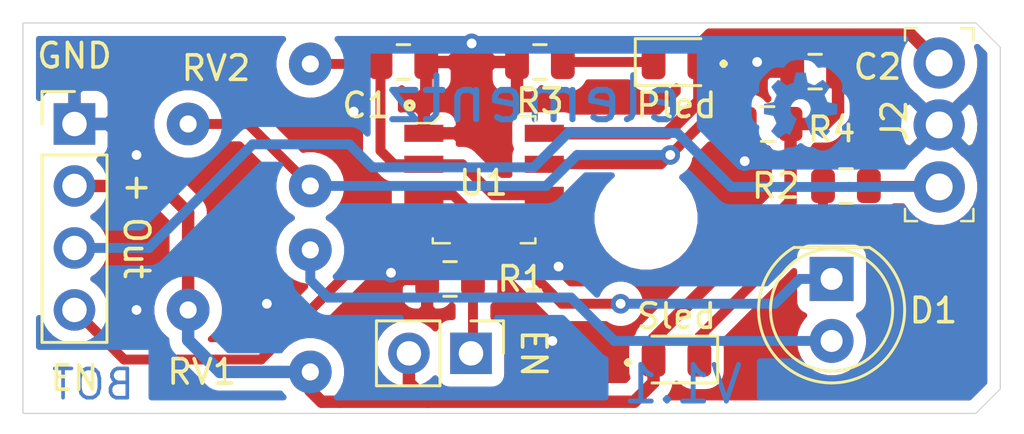
<source format=kicad_pcb>
(kicad_pcb (version 20171130) (host pcbnew 5.1.5-52549c5~86~ubuntu16.04.1)

  (general
    (thickness 1.6)
    (drawings 19)
    (tracks 109)
    (zones 0)
    (modules 17)
    (nets 11)
  )

  (page A4)
  (title_block
    (title "IR Sensor Module 555 V1.0 Model A")
    (date 2020-07-23)
    (rev V1.1)
    (company "Elementz Engineers Guild Pvt Ltd")
    (comment 1 "Verified by : Jerryl")
    (comment 2 "Drawn by : Anandu")
  )

  (layers
    (0 F.Cu signal)
    (31 B.Cu signal)
    (32 B.Adhes user hide)
    (33 F.Adhes user hide)
    (34 B.Paste user)
    (35 F.Paste user)
    (36 B.SilkS user)
    (37 F.SilkS user)
    (38 B.Mask user)
    (39 F.Mask user)
    (40 Dwgs.User user hide)
    (41 Cmts.User user hide)
    (42 Eco1.User user hide)
    (43 Eco2.User user hide)
    (44 Edge.Cuts user)
    (45 Margin user hide)
    (46 B.CrtYd user hide)
    (47 F.CrtYd user)
    (48 B.Fab user hide)
    (49 F.Fab user hide)
  )

  (setup
    (last_trace_width 0.4064)
    (trace_clearance 0.2)
    (zone_clearance 0.508)
    (zone_45_only no)
    (trace_min 0.2)
    (via_size 0.8)
    (via_drill 0.4)
    (via_min_size 0.4)
    (via_min_drill 0.3)
    (uvia_size 0.3)
    (uvia_drill 0.1)
    (uvias_allowed no)
    (uvia_min_size 0.2)
    (uvia_min_drill 0.1)
    (edge_width 0.05)
    (segment_width 0.2)
    (pcb_text_width 0.3)
    (pcb_text_size 1.5 1.5)
    (mod_edge_width 0.12)
    (mod_text_size 1 1)
    (mod_text_width 0.15)
    (pad_size 3.2 3.2)
    (pad_drill 3.2)
    (pad_to_mask_clearance 0.051)
    (solder_mask_min_width 0.25)
    (aux_axis_origin 0 0)
    (visible_elements FFFFFF7F)
    (pcbplotparams
      (layerselection 0x010fc_ffffffff)
      (usegerberextensions false)
      (usegerberattributes false)
      (usegerberadvancedattributes false)
      (creategerberjobfile false)
      (excludeedgelayer true)
      (linewidth 0.100000)
      (plotframeref false)
      (viasonmask false)
      (mode 1)
      (useauxorigin false)
      (hpglpennumber 1)
      (hpglpenspeed 20)
      (hpglpendiameter 15.000000)
      (psnegative false)
      (psa4output false)
      (plotreference true)
      (plotvalue false)
      (plotinvisibletext false)
      (padsonsilk true)
      (subtractmaskfromsilk false)
      (outputformat 1)
      (mirror false)
      (drillshape 0)
      (scaleselection 1)
      (outputdirectory "Gerber/"))
  )

  (net 0 "")
  (net 1 GND)
  (net 2 "Net-(C1-Pad1)")
  (net 3 /+VCC)
  (net 4 "Net-(D1-Pad2)")
  (net 5 "Net-(D1-Pad1)")
  (net 6 /EN)
  (net 7 /OUT)
  (net 8 "Net-(R4-Pad1)")
  (net 9 "Net-(Pled1-Pad1)")
  (net 10 "Net-(R2-Pad1)")

  (net_class Default "This is the default net class."
    (clearance 0.2)
    (trace_width 0.4064)
    (via_dia 0.8)
    (via_drill 0.4)
    (uvia_dia 0.3)
    (uvia_drill 0.1)
    (add_net /EN)
    (add_net /OUT)
    (add_net GND)
    (add_net "Net-(C1-Pad1)")
    (add_net "Net-(D1-Pad1)")
    (add_net "Net-(D1-Pad2)")
    (add_net "Net-(Pled1-Pad1)")
    (add_net "Net-(R2-Pad1)")
    (add_net "Net-(R4-Pad1)")
  )

  (net_class vcc ""
    (clearance 0.2)
    (trace_width 0.508)
    (via_dia 0.8)
    (via_drill 0.4)
    (uvia_dia 0.3)
    (uvia_drill 0.1)
    (add_net /+VCC)
  )

  (module OSHW-logo:OSHW-logo_copper-back_3mm (layer B.Cu) (tedit 0) (tstamp 5F189342)
    (at 131.826 103.378 180)
    (fp_text reference G*** (at 0 -1.59004) (layer B.SilkS) hide
      (effects (font (size 0.13462 0.13462) (thickness 0.0254)) (justify mirror))
    )
    (fp_text value OSHW-logo_copper-back_3mm (at 0 1.59004) (layer B.SilkS) hide
      (effects (font (size 0.13462 0.13462) (thickness 0.0254)) (justify mirror))
    )
    (fp_poly (pts (xy 0.90932 -1.3462) (xy 0.89154 -1.33858) (xy 0.85852 -1.31572) (xy 0.80772 -1.2827)
      (xy 0.7493 -1.2446) (xy 0.68834 -1.20396) (xy 0.64008 -1.17094) (xy 0.60452 -1.14808)
      (xy 0.59182 -1.14046) (xy 0.5842 -1.143) (xy 0.55626 -1.15824) (xy 0.51562 -1.17856)
      (xy 0.49022 -1.19126) (xy 0.45212 -1.2065) (xy 0.43434 -1.21158) (xy 0.4318 -1.2065)
      (xy 0.41656 -1.17602) (xy 0.39624 -1.12776) (xy 0.3683 -1.06172) (xy 0.33528 -0.98552)
      (xy 0.29972 -0.90424) (xy 0.2667 -0.82042) (xy 0.23368 -0.74168) (xy 0.2032 -0.66802)
      (xy 0.18034 -0.6096) (xy 0.1651 -0.56896) (xy 0.15748 -0.55118) (xy 0.16002 -0.54864)
      (xy 0.1778 -0.53086) (xy 0.21082 -0.50546) (xy 0.28194 -0.44704) (xy 0.35306 -0.36068)
      (xy 0.39624 -0.26162) (xy 0.40894 -0.14986) (xy 0.39878 -0.04826) (xy 0.35814 0.04826)
      (xy 0.28956 0.13716) (xy 0.20574 0.2032) (xy 0.10922 0.24384) (xy 0 0.25654)
      (xy -0.10414 0.24638) (xy -0.2032 0.20574) (xy -0.2921 0.1397) (xy -0.3302 0.09652)
      (xy -0.381 0.00508) (xy -0.41148 -0.0889) (xy -0.41402 -0.11176) (xy -0.40894 -0.21844)
      (xy -0.37846 -0.32004) (xy -0.32258 -0.40894) (xy -0.24638 -0.4826) (xy -0.23622 -0.49022)
      (xy -0.20066 -0.51816) (xy -0.17526 -0.53594) (xy -0.15748 -0.55118) (xy -0.2921 -0.87376)
      (xy -0.31242 -0.92456) (xy -0.35052 -1.01346) (xy -0.381 -1.08966) (xy -0.40894 -1.15062)
      (xy -0.42672 -1.19126) (xy -0.43434 -1.2065) (xy -0.44704 -1.20904) (xy -0.4699 -1.20142)
      (xy -0.51562 -1.17856) (xy -0.5461 -1.16332) (xy -0.57912 -1.14808) (xy -0.59436 -1.14046)
      (xy -0.6096 -1.14808) (xy -0.64262 -1.1684) (xy -0.68834 -1.20142) (xy -0.74676 -1.23952)
      (xy -0.80264 -1.27762) (xy -0.85344 -1.31064) (xy -0.889 -1.33604) (xy -0.90678 -1.34366)
      (xy -0.90932 -1.34366) (xy -0.9271 -1.33604) (xy -0.95504 -1.31064) (xy -0.99822 -1.27)
      (xy -1.06172 -1.20904) (xy -1.07188 -1.19888) (xy -1.12268 -1.14808) (xy -1.16332 -1.10236)
      (xy -1.19126 -1.07188) (xy -1.20142 -1.05918) (xy -1.19126 -1.0414) (xy -1.1684 -1.0033)
      (xy -1.13538 -0.9525) (xy -1.09474 -0.89154) (xy -0.98806 -0.7366) (xy -1.04648 -0.59182)
      (xy -1.06426 -0.5461) (xy -1.08712 -0.49022) (xy -1.1049 -0.45212) (xy -1.11252 -0.43434)
      (xy -1.1303 -0.42926) (xy -1.1684 -0.4191) (xy -1.22682 -0.40894) (xy -1.29794 -0.39624)
      (xy -1.36398 -0.38354) (xy -1.4224 -0.37084) (xy -1.46558 -0.36322) (xy -1.4859 -0.36068)
      (xy -1.49098 -0.3556) (xy -1.49352 -0.34798) (xy -1.49606 -0.32766) (xy -1.4986 -0.28956)
      (xy -1.4986 -0.23368) (xy -1.4986 -0.14986) (xy -1.4986 -0.14224) (xy -1.4986 -0.0635)
      (xy -1.49606 0) (xy -1.49352 0.0381) (xy -1.49098 0.05588) (xy -1.4732 0.06096)
      (xy -1.43002 0.06858) (xy -1.3716 0.08128) (xy -1.30048 0.09398) (xy -1.2954 0.09398)
      (xy -1.22428 0.10922) (xy -1.16586 0.12192) (xy -1.12268 0.12954) (xy -1.1049 0.13716)
      (xy -1.10236 0.14224) (xy -1.08712 0.17018) (xy -1.0668 0.21336) (xy -1.04394 0.2667)
      (xy -1.02108 0.32258) (xy -1.00076 0.37338) (xy -0.98806 0.40894) (xy -0.98298 0.42672)
      (xy -0.99314 0.4445) (xy -1.01854 0.48006) (xy -1.0541 0.53086) (xy -1.09474 0.59182)
      (xy -1.09728 0.5969) (xy -1.13792 0.65786) (xy -1.17094 0.70866) (xy -1.1938 0.74422)
      (xy -1.20142 0.75946) (xy -1.20142 0.762) (xy -1.18872 0.77978) (xy -1.15824 0.8128)
      (xy -1.11252 0.85852) (xy -1.06172 0.91186) (xy -1.04394 0.9271) (xy -0.98552 0.98552)
      (xy -0.94488 1.02108) (xy -0.91948 1.0414) (xy -0.90932 1.04648) (xy -0.90678 1.04648)
      (xy -0.889 1.03632) (xy -0.8509 1.01092) (xy -0.8001 0.97536) (xy -0.73914 0.93472)
      (xy -0.7366 0.93218) (xy -0.67564 0.89154) (xy -0.62484 0.85598) (xy -0.58928 0.83312)
      (xy -0.57404 0.8255) (xy -0.5715 0.8255) (xy -0.54864 0.83058) (xy -0.50546 0.84582)
      (xy -0.45212 0.86614) (xy -0.39624 0.889) (xy -0.34544 0.90932) (xy -0.30988 0.9271)
      (xy -0.2921 0.93726) (xy -0.28956 0.93726) (xy -0.28448 0.96012) (xy -0.27432 1.00584)
      (xy -0.26162 1.0668) (xy -0.24638 1.14046) (xy -0.24384 1.15062) (xy -0.23114 1.22428)
      (xy -0.22098 1.2827) (xy -0.21082 1.32334) (xy -0.20828 1.34112) (xy -0.19812 1.34112)
      (xy -0.16256 1.34366) (xy -0.10922 1.3462) (xy -0.04318 1.3462) (xy 0.02286 1.3462)
      (xy 0.0889 1.3462) (xy 0.14478 1.34366) (xy 0.18542 1.34112) (xy 0.2032 1.33604)
      (xy 0.20828 1.31318) (xy 0.21844 1.27) (xy 0.23114 1.2065) (xy 0.24638 1.13284)
      (xy 0.24892 1.12014) (xy 0.26162 1.04902) (xy 0.27432 0.9906) (xy 0.28194 0.94996)
      (xy 0.28702 0.93472) (xy 0.2921 0.93218) (xy 0.32258 0.91694) (xy 0.37084 0.89916)
      (xy 0.42926 0.87376) (xy 0.56642 0.81788) (xy 0.73406 0.93472) (xy 0.7493 0.94488)
      (xy 0.81026 0.98552) (xy 0.86106 1.01854) (xy 0.89662 1.0414) (xy 0.90932 1.04902)
      (xy 0.91186 1.04902) (xy 0.9271 1.03378) (xy 0.96012 1.0033) (xy 1.00584 0.95758)
      (xy 1.05918 0.90678) (xy 1.09982 0.86614) (xy 1.14554 0.82042) (xy 1.17348 0.7874)
      (xy 1.19126 0.76708) (xy 1.19634 0.75438) (xy 1.1938 0.74676) (xy 1.18364 0.72898)
      (xy 1.15824 0.69342) (xy 1.12522 0.64008) (xy 1.08458 0.58166) (xy 1.04902 0.53086)
      (xy 1.01346 0.47498) (xy 0.9906 0.43434) (xy 0.98044 0.41656) (xy 0.98298 0.4064)
      (xy 0.99568 0.37338) (xy 1.016 0.32512) (xy 1.0414 0.26416) (xy 1.09982 0.13208)
      (xy 1.18618 0.1143) (xy 1.23952 0.10414) (xy 1.31318 0.09144) (xy 1.3843 0.0762)
      (xy 1.49606 0.05588) (xy 1.4986 -0.34798) (xy 1.48082 -0.3556) (xy 1.46558 -0.36068)
      (xy 1.42494 -0.37084) (xy 1.36652 -0.381) (xy 1.29794 -0.3937) (xy 1.23698 -0.4064)
      (xy 1.17856 -0.41656) (xy 1.13538 -0.42418) (xy 1.1176 -0.42926) (xy 1.11252 -0.43434)
      (xy 1.09728 -0.46482) (xy 1.07696 -0.51054) (xy 1.0541 -0.56388) (xy 1.0287 -0.6223)
      (xy 1.00838 -0.6731) (xy 0.99314 -0.71374) (xy 0.98806 -0.73406) (xy 0.99568 -0.7493)
      (xy 1.01854 -0.78486) (xy 1.05156 -0.83566) (xy 1.0922 -0.89408) (xy 1.13284 -0.9525)
      (xy 1.16586 -1.0033) (xy 1.19126 -1.03886) (xy 1.19888 -1.05664) (xy 1.1938 -1.0668)
      (xy 1.17094 -1.09474) (xy 1.12776 -1.14046) (xy 1.06172 -1.2065) (xy 1.04902 -1.21666)
      (xy 0.99822 -1.26746) (xy 0.9525 -1.3081) (xy 0.92202 -1.33604) (xy 0.90932 -1.3462)) (layer B.Cu) (width 0.00254))
  )

  (module MountingHole:MountingHole_3.2mm_M3 (layer F.Cu) (tedit 5F17F383) (tstamp 5F17F456)
    (at 125.5 108)
    (descr "Mounting Hole 3.2mm, no annular, M3")
    (tags "mounting hole 3.2mm no annular m3")
    (path /5F18D6F5)
    (attr virtual)
    (fp_text reference H1 (at 0 -4.2) (layer F.SilkS) hide
      (effects (font (size 1 1) (thickness 0.15)))
    )
    (fp_text value MountingHole (at 0 4.2) (layer F.Fab)
      (effects (font (size 1 1) (thickness 0.15)))
    )
    (fp_circle (center 0 0) (end 3.2 0) (layer Cmts.User) (width 0.15))
    (fp_text user %R (at 0.3 0) (layer F.Fab)
      (effects (font (size 1 1) (thickness 0.15)))
    )
    (pad 1 np_thru_hole circle (at 0 0) (size 3.2 3.2) (drill 3.2) (layers *.Cu *.Mask))
  )

  (module Potentiometer_THT:Potentiometer_Bourns_3339P_Vertical_HandSoldering (layer F.Cu) (tedit 5F17D71B) (tstamp 5F172261)
    (at 111.76 114.3)
    (descr "Potentiometer, vertical, Bourns 3339P, hand-soldering, http://www.bourns.com/docs/Product-Datasheets/3339.pdf")
    (tags "Potentiometer vertical Bourns 3339P hand-soldering")
    (path /5F1CA57D)
    (fp_text reference RV1 (at -4.445 0) (layer F.SilkS)
      (effects (font (size 1 1) (thickness 0.15)))
    )
    (fp_text value 10K (at 0 2.52) (layer F.Fab)
      (effects (font (size 1 1) (thickness 0.15)))
    )
    (fp_line (start 1.016 -6.016) (end -6.016 -6.016) (layer F.CrtYd) (width 0.05))
    (fp_line (start 1.016 1.016) (end 1.016 -6.016) (layer F.CrtYd) (width 0.05))
    (fp_line (start -6.016 1.016) (end 1.016 1.016) (layer F.CrtYd) (width 0.05))
    (fp_line (start -6.016 -6.016) (end -6.016 1.016) (layer F.CrtYd) (width 0.05))
    (fp_line (start 0 -0.064) (end 0.001 -5.014) (layer F.Fab) (width 0.1))
    (fp_line (start 0 -0.064) (end 0.001 -5.014) (layer F.Fab) (width 0.1))
    (fp_text user %R (at -3.018 -2.54 90) (layer F.Fab)
      (effects (font (size 0.66 0.66) (thickness 0.15)))
    )
    (pad 1 thru_hole circle (at 0 0) (size 1.75 1.75) (drill 0.7) (layers *.Cu *.Mask)
      (net 3 /+VCC))
    (pad 2 thru_hole circle (at -5 -2.54) (size 1.75 1.75) (drill 0.7) (layers *.Cu *.Mask)
      (net 3 /+VCC))
    (pad 3 thru_hole circle (at 0 -5) (size 1.75 1.75) (drill 0.7) (layers *.Cu *.Mask)
      (net 4 "Net-(D1-Pad2)"))
    (model ${KISYS3DMOD}/Potentiometer_THT.3dshapes/Potentiometer_Bourns_3339P_Vertical.wrl
      (at (xyz 0 0 0))
      (scale (xyz 1 1 1))
      (rotate (xyz 0 0 0))
    )
  )

  (module Potentiometer_THT:Potentiometer_Bourns_3339P_Vertical_HandSoldering (layer F.Cu) (tedit 5F17D667) (tstamp 5F182E6A)
    (at 111.76 106.68)
    (descr "Potentiometer, vertical, Bourns 3339P, hand-soldering, http://www.bourns.com/docs/Product-Datasheets/3339.pdf")
    (tags "Potentiometer vertical Bourns 3339P hand-soldering")
    (path /5F182CF3)
    (fp_text reference RV2 (at -3.8608 -4.826) (layer F.SilkS)
      (effects (font (size 1 1) (thickness 0.15)))
    )
    (fp_text value 10K (at 0 2.52) (layer F.Fab)
      (effects (font (size 1 1) (thickness 0.15)))
    )
    (fp_line (start 1.016 -6.016) (end -6.016 -6.016) (layer F.CrtYd) (width 0.05))
    (fp_line (start 1.016 1.016) (end 1.016 -6.016) (layer F.CrtYd) (width 0.05))
    (fp_line (start -6.016 1.016) (end 1.016 1.016) (layer F.CrtYd) (width 0.05))
    (fp_line (start -6.016 -6.016) (end -6.016 1.016) (layer F.CrtYd) (width 0.05))
    (fp_line (start 0 -0.064) (end 0.001 -5.014) (layer F.Fab) (width 0.1))
    (fp_line (start 0 -0.064) (end 0.001 -5.014) (layer F.Fab) (width 0.1))
    (fp_text user %R (at -3.018 -2.54 90) (layer F.Fab)
      (effects (font (size 0.66 0.66) (thickness 0.15)))
    )
    (pad 1 thru_hole circle (at 0 0) (size 1.75 1.75) (drill 0.7) (layers *.Cu *.Mask)
      (net 8 "Net-(R4-Pad1)"))
    (pad 2 thru_hole circle (at -5 -2.54) (size 1.75 1.75) (drill 0.7) (layers *.Cu *.Mask)
      (net 8 "Net-(R4-Pad1)"))
    (pad 3 thru_hole circle (at 0 -5) (size 1.75 1.75) (drill 0.7) (layers *.Cu *.Mask)
      (net 2 "Net-(C1-Pad1)"))
    (model ${KISYS3DMOD}/Potentiometer_THT.3dshapes/Potentiometer_Bourns_3339P_Vertical.wrl
      (at (xyz 0 0 0))
      (scale (xyz 1 1 1))
      (rotate (xyz 0 0 0))
    )
  )

  (module Connector_PinHeader_2.54mm:PinHeader_1x04_P2.54mm_Vertical (layer F.Cu) (tedit 59FED5CC) (tstamp 5F1721DF)
    (at 102.108 104.14)
    (descr "Through hole straight pin header, 1x04, 2.54mm pitch, single row")
    (tags "Through hole pin header THT 1x04 2.54mm single row")
    (path /5F1A5665)
    (fp_text reference J1 (at 0 -2.54) (layer F.SilkS) hide
      (effects (font (size 1.016 1.016) (thickness 0.15)))
    )
    (fp_text value 0022232041 (at 0 9.95) (layer F.Fab)
      (effects (font (size 1 1) (thickness 0.15)))
    )
    (fp_line (start 1.8 -1.8) (end -1.8 -1.8) (layer F.CrtYd) (width 0.05))
    (fp_line (start 1.8 9.4) (end 1.8 -1.8) (layer F.CrtYd) (width 0.05))
    (fp_line (start -1.8 9.4) (end 1.8 9.4) (layer F.CrtYd) (width 0.05))
    (fp_line (start -1.8 -1.8) (end -1.8 9.4) (layer F.CrtYd) (width 0.05))
    (fp_line (start -1.33 -1.33) (end 0 -1.33) (layer F.SilkS) (width 0.12))
    (fp_line (start -1.33 0) (end -1.33 -1.33) (layer F.SilkS) (width 0.12))
    (fp_line (start -1.33 1.27) (end 1.33 1.27) (layer F.SilkS) (width 0.12))
    (fp_line (start 1.33 1.27) (end 1.33 8.95) (layer F.SilkS) (width 0.12))
    (fp_line (start -1.33 1.27) (end -1.33 8.95) (layer F.SilkS) (width 0.12))
    (fp_line (start -1.33 8.95) (end 1.33 8.95) (layer F.SilkS) (width 0.12))
    (fp_line (start -1.27 -0.635) (end -0.635 -1.27) (layer F.Fab) (width 0.1))
    (fp_line (start -1.27 8.89) (end -1.27 -0.635) (layer F.Fab) (width 0.1))
    (fp_line (start 1.27 8.89) (end -1.27 8.89) (layer F.Fab) (width 0.1))
    (fp_line (start 1.27 -1.27) (end 1.27 8.89) (layer F.Fab) (width 0.1))
    (fp_line (start -0.635 -1.27) (end 1.27 -1.27) (layer F.Fab) (width 0.1))
    (fp_text user %R (at 0 3.81 90) (layer F.Fab)
      (effects (font (size 1 1) (thickness 0.15)))
    )
    (pad 4 thru_hole oval (at 0 7.62) (size 1.7 1.7) (drill 1) (layers *.Cu *.Mask)
      (net 6 /EN))
    (pad 3 thru_hole oval (at 0 5.08) (size 1.7 1.7) (drill 1) (layers *.Cu *.Mask)
      (net 7 /OUT))
    (pad 2 thru_hole oval (at 0 2.54) (size 1.7 1.7) (drill 1) (layers *.Cu *.Mask)
      (net 3 /+VCC))
    (pad 1 thru_hole rect (at 0 0) (size 1.7 1.7) (drill 1) (layers *.Cu *.Mask)
      (net 1 GND))
    (model ${KISYS3DMOD}/Connector_PinHeader_2.54mm.3dshapes/PinHeader_1x04_P2.54mm_Vertical.wrl
      (at (xyz 0 0 0))
      (scale (xyz 1 1 1))
      (rotate (xyz 0 0 0))
    )
  )

  (module digikey-footprints:SOIC-8_W5.3mm (layer F.Cu) (tedit 5D28A54C) (tstamp 5F1832D4)
    (at 118.872 106.426)
    (descr http://ww1.microchip.com/downloads/en/DeviceDoc/Atmel-2586-AVR-8-bit-Microcontroller-ATtiny25-ATtiny45-ATtiny85_Datasheet-Summary.pdf)
    (path /5F16E36A)
    (attr smd)
    (fp_text reference U1 (at -0.0254 0.127) (layer F.SilkS)
      (effects (font (size 1 1) (thickness 0.15)))
    )
    (fp_text value NE555P (at 0 4.25) (layer F.Fab)
      (effects (font (size 1 1) (thickness 0.15)))
    )
    (fp_line (start -1.995 2.49) (end 1.995 2.49) (layer F.Fab) (width 0.1))
    (fp_line (start 1.995 2.49) (end 1.995 -2.49) (layer F.Fab) (width 0.1))
    (fp_line (start -2 -2.25) (end -1.75 -2.5) (layer F.Fab) (width 0.1))
    (fp_line (start 1.99 -2.5) (end -1.75 -2.5) (layer F.Fab) (width 0.1))
    (fp_line (start -2 2.49) (end -2 -2.25) (layer F.Fab) (width 0.1))
    (fp_line (start -2.1 -2.32) (end -2.8 -2.32) (layer F.SilkS) (width 0.1))
    (fp_line (start -1.8 -2.62) (end -2.1 -2.32) (layer F.SilkS) (width 0.1))
    (fp_line (start 2.1 -2.6) (end 2.1 -2.4) (layer F.SilkS) (width 0.1))
    (fp_line (start 1.4 -2.6) (end 2.1 -2.6) (layer F.SilkS) (width 0.1))
    (fp_line (start 2.1 2.6) (end 1.5 2.6) (layer F.SilkS) (width 0.1))
    (fp_line (start 2.1 2.4) (end 2.1 2.6) (layer F.SilkS) (width 0.1))
    (fp_line (start -2.1 2.6) (end -1.4 2.6) (layer F.SilkS) (width 0.1))
    (fp_line (start -2.1 2.4) (end -2.1 2.6) (layer F.SilkS) (width 0.1))
    (fp_line (start -3.75 2.75) (end 3.5 2.75) (layer F.CrtYd) (width 0.05))
    (fp_line (start -3.75 -2.75) (end -3.75 2.75) (layer F.CrtYd) (width 0.05))
    (fp_line (start 3.5 -2.75) (end 3.5 2.75) (layer F.CrtYd) (width 0.05))
    (fp_line (start -3.75 -2.75) (end 3.5 -2.75) (layer F.CrtYd) (width 0.05))
    (fp_text user %R (at 0 0) (layer F.Fab)
      (effects (font (size 0.7 0.7) (thickness 0.07)))
    )
    (pad 8 smd rect (at 2.465 -1.905) (size 1.6 0.7) (layers F.Cu F.Paste F.Mask)
      (net 3 /+VCC))
    (pad 7 smd rect (at 2.465 -0.635) (size 1.6 0.7) (layers F.Cu F.Paste F.Mask)
      (net 8 "Net-(R4-Pad1)"))
    (pad 6 smd rect (at 2.465 0.635) (size 1.6 0.7) (layers F.Cu F.Paste F.Mask)
      (net 2 "Net-(C1-Pad1)"))
    (pad 5 smd rect (at 2.465 1.905) (size 1.6 0.7) (layers F.Cu F.Paste F.Mask))
    (pad 1 smd rect (at -2.465 -1.905) (size 1.6 0.7) (layers F.Cu F.Paste F.Mask)
      (net 1 GND))
    (pad 4 smd rect (at -2.465 1.905) (size 1.6 0.7) (layers F.Cu F.Paste F.Mask)
      (net 6 /EN))
    (pad 2 smd rect (at -2.465 -0.635) (size 1.6 0.7) (layers F.Cu F.Paste F.Mask)
      (net 2 "Net-(C1-Pad1)"))
    (pad 3 smd rect (at -2.465 0.635) (size 1.6 0.7) (layers F.Cu F.Paste F.Mask)
      (net 5 "Net-(D1-Pad1)"))
  )

  (module Resistor_SMD:R_0805_2012Metric (layer F.Cu) (tedit 5B36C52B) (tstamp 5F183CFE)
    (at 130.4775 104.14)
    (descr "Resistor SMD 0805 (2012 Metric), square (rectangular) end terminal, IPC_7351 nominal, (Body size source: https://docs.google.com/spreadsheets/d/1BsfQQcO9C6DZCsRaXUlFlo91Tg2WpOkGARC1WS5S8t0/edit?usp=sharing), generated with kicad-footprint-generator")
    (tags resistor)
    (path /5F171030)
    (attr smd)
    (fp_text reference R4 (at 2.6185 0.2286) (layer F.SilkS)
      (effects (font (size 1 1) (thickness 0.15)))
    )
    (fp_text value 22K (at 0 1.65) (layer F.Fab)
      (effects (font (size 1 1) (thickness 0.15)))
    )
    (fp_line (start 1.68 0.95) (end -1.68 0.95) (layer F.CrtYd) (width 0.05))
    (fp_line (start 1.68 -0.95) (end 1.68 0.95) (layer F.CrtYd) (width 0.05))
    (fp_line (start -1.68 -0.95) (end 1.68 -0.95) (layer F.CrtYd) (width 0.05))
    (fp_line (start -1.68 0.95) (end -1.68 -0.95) (layer F.CrtYd) (width 0.05))
    (fp_line (start -0.258578 0.71) (end 0.258578 0.71) (layer F.SilkS) (width 0.12))
    (fp_line (start -0.258578 -0.71) (end 0.258578 -0.71) (layer F.SilkS) (width 0.12))
    (fp_line (start 1 0.6) (end -1 0.6) (layer F.Fab) (width 0.1))
    (fp_line (start 1 -0.6) (end 1 0.6) (layer F.Fab) (width 0.1))
    (fp_line (start -1 -0.6) (end 1 -0.6) (layer F.Fab) (width 0.1))
    (fp_line (start -1 0.6) (end -1 -0.6) (layer F.Fab) (width 0.1))
    (fp_text user %R (at 0 0) (layer F.Fab)
      (effects (font (size 0.5 0.5) (thickness 0.08)))
    )
    (pad 2 smd roundrect (at 0.9375 0) (size 0.975 1.4) (layers F.Cu F.Paste F.Mask) (roundrect_rratio 0.25)
      (net 3 /+VCC))
    (pad 1 smd roundrect (at -0.9375 0) (size 0.975 1.4) (layers F.Cu F.Paste F.Mask) (roundrect_rratio 0.25)
      (net 8 "Net-(R4-Pad1)"))
    (model ${KISYS3DMOD}/Resistor_SMD.3dshapes/R_0805_2012Metric.wrl
      (at (xyz 0 0 0))
      (scale (xyz 1 1 1))
      (rotate (xyz 0 0 0))
    )
  )

  (module Resistor_SMD:R_0805_2012Metric (layer F.Cu) (tedit 5B36C52B) (tstamp 5F17223F)
    (at 121.158 101.6 180)
    (descr "Resistor SMD 0805 (2012 Metric), square (rectangular) end terminal, IPC_7351 nominal, (Body size source: https://docs.google.com/spreadsheets/d/1BsfQQcO9C6DZCsRaXUlFlo91Tg2WpOkGARC1WS5S8t0/edit?usp=sharing), generated with kicad-footprint-generator")
    (tags resistor)
    (path /5F170E35)
    (attr smd)
    (fp_text reference R3 (at 0 -1.6026) (layer F.SilkS)
      (effects (font (size 1 1) (thickness 0.15)))
    )
    (fp_text value 2K (at 0 1.65) (layer F.Fab)
      (effects (font (size 1 1) (thickness 0.15)))
    )
    (fp_line (start 1.68 0.95) (end -1.68 0.95) (layer F.CrtYd) (width 0.05))
    (fp_line (start 1.68 -0.95) (end 1.68 0.95) (layer F.CrtYd) (width 0.05))
    (fp_line (start -1.68 -0.95) (end 1.68 -0.95) (layer F.CrtYd) (width 0.05))
    (fp_line (start -1.68 0.95) (end -1.68 -0.95) (layer F.CrtYd) (width 0.05))
    (fp_line (start -0.258578 0.71) (end 0.258578 0.71) (layer F.SilkS) (width 0.12))
    (fp_line (start -0.258578 -0.71) (end 0.258578 -0.71) (layer F.SilkS) (width 0.12))
    (fp_line (start 1 0.6) (end -1 0.6) (layer F.Fab) (width 0.1))
    (fp_line (start 1 -0.6) (end 1 0.6) (layer F.Fab) (width 0.1))
    (fp_line (start -1 -0.6) (end 1 -0.6) (layer F.Fab) (width 0.1))
    (fp_line (start -1 0.6) (end -1 -0.6) (layer F.Fab) (width 0.1))
    (fp_text user %R (at 0 0) (layer F.Fab)
      (effects (font (size 0.5 0.5) (thickness 0.08)))
    )
    (pad 2 smd roundrect (at 0.9375 0 180) (size 0.975 1.4) (layers F.Cu F.Paste F.Mask) (roundrect_rratio 0.25)
      (net 1 GND))
    (pad 1 smd roundrect (at -0.9375 0 180) (size 0.975 1.4) (layers F.Cu F.Paste F.Mask) (roundrect_rratio 0.25)
      (net 9 "Net-(Pled1-Pad1)"))
    (model ${KISYS3DMOD}/Resistor_SMD.3dshapes/R_0805_2012Metric.wrl
      (at (xyz 0 0 0))
      (scale (xyz 1 1 1))
      (rotate (xyz 0 0 0))
    )
  )

  (module Resistor_SMD:R_0805_2012Metric (layer F.Cu) (tedit 5B36C52B) (tstamp 5F17222E)
    (at 133.6825 106.68)
    (descr "Resistor SMD 0805 (2012 Metric), square (rectangular) end terminal, IPC_7351 nominal, (Body size source: https://docs.google.com/spreadsheets/d/1BsfQQcO9C6DZCsRaXUlFlo91Tg2WpOkGARC1WS5S8t0/edit?usp=sharing), generated with kicad-footprint-generator")
    (tags resistor)
    (path /5F16FD9B)
    (attr smd)
    (fp_text reference R2 (at -2.8725 0) (layer F.SilkS)
      (effects (font (size 1 1) (thickness 0.15)))
    )
    (fp_text value 2K (at 0 1.65) (layer F.Fab)
      (effects (font (size 1 1) (thickness 0.15)))
    )
    (fp_line (start 1.68 0.95) (end -1.68 0.95) (layer F.CrtYd) (width 0.05))
    (fp_line (start 1.68 -0.95) (end 1.68 0.95) (layer F.CrtYd) (width 0.05))
    (fp_line (start -1.68 -0.95) (end 1.68 -0.95) (layer F.CrtYd) (width 0.05))
    (fp_line (start -1.68 0.95) (end -1.68 -0.95) (layer F.CrtYd) (width 0.05))
    (fp_line (start -0.258578 0.71) (end 0.258578 0.71) (layer F.SilkS) (width 0.12))
    (fp_line (start -0.258578 -0.71) (end 0.258578 -0.71) (layer F.SilkS) (width 0.12))
    (fp_line (start 1 0.6) (end -1 0.6) (layer F.Fab) (width 0.1))
    (fp_line (start 1 -0.6) (end 1 0.6) (layer F.Fab) (width 0.1))
    (fp_line (start -1 -0.6) (end 1 -0.6) (layer F.Fab) (width 0.1))
    (fp_line (start -1 0.6) (end -1 -0.6) (layer F.Fab) (width 0.1))
    (fp_text user %R (at 0 0) (layer F.Fab)
      (effects (font (size 0.5 0.5) (thickness 0.08)))
    )
    (pad 2 smd roundrect (at 0.9375 0) (size 0.975 1.4) (layers F.Cu F.Paste F.Mask) (roundrect_rratio 0.25)
      (net 7 /OUT))
    (pad 1 smd roundrect (at -0.9375 0) (size 0.975 1.4) (layers F.Cu F.Paste F.Mask) (roundrect_rratio 0.25)
      (net 10 "Net-(R2-Pad1)"))
    (model ${KISYS3DMOD}/Resistor_SMD.3dshapes/R_0805_2012Metric.wrl
      (at (xyz 0 0 0))
      (scale (xyz 1 1 1))
      (rotate (xyz 0 0 0))
    )
  )

  (module Resistor_SMD:R_0805_2012Metric (layer F.Cu) (tedit 5B36C52B) (tstamp 5F17221D)
    (at 117.480735 110.49)
    (descr "Resistor SMD 0805 (2012 Metric), square (rectangular) end terminal, IPC_7351 nominal, (Body size source: https://docs.google.com/spreadsheets/d/1BsfQQcO9C6DZCsRaXUlFlo91Tg2WpOkGARC1WS5S8t0/edit?usp=sharing), generated with kicad-footprint-generator")
    (tags resistor)
    (path /5F1719FE)
    (attr smd)
    (fp_text reference R1 (at 2.915265 0.001811) (layer F.SilkS)
      (effects (font (size 1 1) (thickness 0.15)))
    )
    (fp_text value 22K (at 0 1.65) (layer F.Fab)
      (effects (font (size 1 1) (thickness 0.15)))
    )
    (fp_line (start 1.68 0.95) (end -1.68 0.95) (layer F.CrtYd) (width 0.05))
    (fp_line (start 1.68 -0.95) (end 1.68 0.95) (layer F.CrtYd) (width 0.05))
    (fp_line (start -1.68 -0.95) (end 1.68 -0.95) (layer F.CrtYd) (width 0.05))
    (fp_line (start -1.68 0.95) (end -1.68 -0.95) (layer F.CrtYd) (width 0.05))
    (fp_line (start -0.258578 0.71) (end 0.258578 0.71) (layer F.SilkS) (width 0.12))
    (fp_line (start -0.258578 -0.71) (end 0.258578 -0.71) (layer F.SilkS) (width 0.12))
    (fp_line (start 1 0.6) (end -1 0.6) (layer F.Fab) (width 0.1))
    (fp_line (start 1 -0.6) (end 1 0.6) (layer F.Fab) (width 0.1))
    (fp_line (start -1 -0.6) (end 1 -0.6) (layer F.Fab) (width 0.1))
    (fp_line (start -1 0.6) (end -1 -0.6) (layer F.Fab) (width 0.1))
    (fp_text user %R (at 0 0) (layer F.Fab)
      (effects (font (size 0.5 0.5) (thickness 0.08)))
    )
    (pad 2 smd roundrect (at 0.9375 0) (size 0.975 1.4) (layers F.Cu F.Paste F.Mask) (roundrect_rratio 0.25)
      (net 6 /EN))
    (pad 1 smd roundrect (at -0.9375 0) (size 0.975 1.4) (layers F.Cu F.Paste F.Mask) (roundrect_rratio 0.25)
      (net 1 GND))
    (model ${KISYS3DMOD}/Resistor_SMD.3dshapes/R_0805_2012Metric.wrl
      (at (xyz 0 0 0))
      (scale (xyz 1 1 1))
      (rotate (xyz 0 0 0))
    )
  )

  (module Connector_PinHeader_2.54mm:PinHeader_1x02_P2.54mm_Vertical (layer F.Cu) (tedit 59FED5CC) (tstamp 5F17220C)
    (at 118.336591 113.538 270)
    (descr "Through hole straight pin header, 1x02, 2.54mm pitch, single row")
    (tags "Through hole pin header THT 1x02 2.54mm single row")
    (path /5F1CC2B9)
    (fp_text reference JP1 (at -2.498717 2.862005) (layer F.SilkS) hide
      (effects (font (size 1 1) (thickness 0.15)))
    )
    (fp_text value Jumper (at 0 4.87 90) (layer F.Fab)
      (effects (font (size 1 1) (thickness 0.15)))
    )
    (fp_line (start 1.8 -1.8) (end -1.8 -1.8) (layer F.CrtYd) (width 0.05))
    (fp_line (start 1.8 4.35) (end 1.8 -1.8) (layer F.CrtYd) (width 0.05))
    (fp_line (start -1.8 4.35) (end 1.8 4.35) (layer F.CrtYd) (width 0.05))
    (fp_line (start -1.8 -1.8) (end -1.8 4.35) (layer F.CrtYd) (width 0.05))
    (fp_line (start -1.33 -1.33) (end 0 -1.33) (layer F.SilkS) (width 0.12))
    (fp_line (start -1.33 0) (end -1.33 -1.33) (layer F.SilkS) (width 0.12))
    (fp_line (start -1.33 1.27) (end 1.33 1.27) (layer F.SilkS) (width 0.12))
    (fp_line (start 1.33 1.27) (end 1.33 3.87) (layer F.SilkS) (width 0.12))
    (fp_line (start -1.33 1.27) (end -1.33 3.87) (layer F.SilkS) (width 0.12))
    (fp_line (start -1.33 3.87) (end 1.33 3.87) (layer F.SilkS) (width 0.12))
    (fp_line (start -1.27 -0.635) (end -0.635 -1.27) (layer F.Fab) (width 0.1))
    (fp_line (start -1.27 3.81) (end -1.27 -0.635) (layer F.Fab) (width 0.1))
    (fp_line (start 1.27 3.81) (end -1.27 3.81) (layer F.Fab) (width 0.1))
    (fp_line (start 1.27 -1.27) (end 1.27 3.81) (layer F.Fab) (width 0.1))
    (fp_line (start -0.635 -1.27) (end 1.27 -1.27) (layer F.Fab) (width 0.1))
    (fp_text user %R (at 1.02 1.81) (layer F.Fab)
      (effects (font (size 1 1) (thickness 0.15)))
    )
    (pad 2 thru_hole oval (at 0 2.54 270) (size 1.7 1.7) (drill 1) (layers *.Cu *.Mask)
      (net 3 /+VCC))
    (pad 1 thru_hole rect (at 0 0 270) (size 1.7 1.7) (drill 1) (layers *.Cu *.Mask)
      (net 6 /EN))
    (model ${KISYS3DMOD}/Connector_PinHeader_2.54mm.3dshapes/PinHeader_1x02_P2.54mm_Vertical.wrl
      (at (xyz 0 0 0))
      (scale (xyz 1 1 1))
      (rotate (xyz 0 0 0))
    )
  )

  (module digikey-footprints:PinHeader_1x3_P2.54_Drill1.1mm (layer F.Cu) (tedit 5A4528F9) (tstamp 5F1836A7)
    (at 137.499406 106.720003 90)
    (path /5F19A3F5)
    (fp_text reference J2 (at 2.707003 -1.838006 90) (layer F.SilkS)
      (effects (font (size 1 1) (thickness 0.15)))
    )
    (fp_text value HS0038B (at 2.71 2.7 90) (layer F.Fab)
      (effects (font (size 1 1) (thickness 0.15)))
    )
    (fp_line (start -1.27 -1.27) (end 6.35 -1.27) (layer F.Fab) (width 0.1))
    (fp_line (start 6.35 -1.27) (end 6.35 1.27) (layer F.Fab) (width 0.1))
    (fp_line (start -1.27 -1.27) (end -1.27 1.27) (layer F.Fab) (width 0.1))
    (fp_line (start -1.27 1.27) (end 6.35 1.27) (layer F.Fab) (width 0.1))
    (fp_line (start 6.5 -1.4) (end 6 -1.4) (layer F.SilkS) (width 0.1))
    (fp_line (start 6.5 -1.4) (end 6.5 -0.9) (layer F.SilkS) (width 0.1))
    (fp_line (start -1.4 -1.4) (end -0.9 -1.4) (layer F.SilkS) (width 0.1))
    (fp_line (start -1.4 -1.4) (end -1.4 -0.9) (layer F.SilkS) (width 0.1))
    (fp_line (start -1.4 1.4) (end -1.4 0.9) (layer F.SilkS) (width 0.1))
    (fp_line (start -1.4 1.4) (end -0.9 1.4) (layer F.SilkS) (width 0.1))
    (fp_line (start 6.5 1.4) (end 6 1.4) (layer F.SilkS) (width 0.1))
    (fp_line (start 6.5 1.4) (end 6.5 0.9) (layer F.SilkS) (width 0.1))
    (fp_line (start -1.52 -1.52) (end 6.6 -1.52) (layer F.CrtYd) (width 0.05))
    (fp_line (start -1.52 -1.52) (end -1.52 1.52) (layer F.CrtYd) (width 0.05))
    (fp_line (start 6.6 -1.52) (end 6.6 1.52) (layer F.CrtYd) (width 0.05))
    (fp_line (start -1.52 1.52) (end 6.6 1.52) (layer F.CrtYd) (width 0.05))
    (pad 3 thru_hole circle (at 5.08 0 90) (size 2.1 2.1) (drill 1.1) (layers *.Cu *.Mask)
      (net 3 /+VCC))
    (pad 2 thru_hole circle (at 2.54 0 90) (size 2.1 2.1) (drill 1.1) (layers *.Cu *.Mask)
      (net 1 GND))
    (pad 1 thru_hole circle (at 0 0 90) (size 2.1 2.1) (drill 1.1) (layers *.Cu *.Mask)
      (net 7 /OUT))
  )

  (module LED_SMD:LED_0805_2012Metric (layer F.Cu) (tedit 5B36C52C) (tstamp 5F1857D7)
    (at 126.746 101.60688)
    (descr "LED SMD 0805 (2012 Metric), square (rectangular) end terminal, IPC_7351 nominal, (Body size source: https://docs.google.com/spreadsheets/d/1BsfQQcO9C6DZCsRaXUlFlo91Tg2WpOkGARC1WS5S8t0/edit?usp=sharing), generated with kicad-footprint-generator")
    (tags diode)
    (path /5F18157E)
    (attr smd)
    (fp_text reference Pled1 (at 2.906423 -0.00688) (layer F.SilkS) hide
      (effects (font (size 1 1) (thickness 0.15)))
    )
    (fp_text value "PWR LED" (at 0 1.65) (layer F.Fab)
      (effects (font (size 1 1) (thickness 0.15)))
    )
    (fp_line (start 1.68 0.95) (end -1.68 0.95) (layer F.CrtYd) (width 0.05))
    (fp_line (start 1.68 -0.95) (end 1.68 0.95) (layer F.CrtYd) (width 0.05))
    (fp_line (start -1.68 -0.95) (end 1.68 -0.95) (layer F.CrtYd) (width 0.05))
    (fp_line (start -1.68 0.95) (end -1.68 -0.95) (layer F.CrtYd) (width 0.05))
    (fp_line (start -1.685 0.96) (end 1 0.96) (layer F.SilkS) (width 0.12))
    (fp_line (start -1.685 -0.96) (end -1.685 0.96) (layer F.SilkS) (width 0.12))
    (fp_line (start 1 -0.96) (end -1.685 -0.96) (layer F.SilkS) (width 0.12))
    (fp_line (start 1 0.6) (end 1 -0.6) (layer F.Fab) (width 0.1))
    (fp_line (start -1 0.6) (end 1 0.6) (layer F.Fab) (width 0.1))
    (fp_line (start -1 -0.3) (end -1 0.6) (layer F.Fab) (width 0.1))
    (fp_line (start -0.7 -0.6) (end -1 -0.3) (layer F.Fab) (width 0.1))
    (fp_line (start 1 -0.6) (end -0.7 -0.6) (layer F.Fab) (width 0.1))
    (fp_text user %R (at 0 0) (layer F.Fab)
      (effects (font (size 0.5 0.5) (thickness 0.08)))
    )
    (pad 2 smd roundrect (at 0.9375 0) (size 0.975 1.4) (layers F.Cu F.Paste F.Mask) (roundrect_rratio 0.25)
      (net 3 /+VCC))
    (pad 1 smd roundrect (at -0.9375 0) (size 0.975 1.4) (layers F.Cu F.Paste F.Mask) (roundrect_rratio 0.25)
      (net 9 "Net-(Pled1-Pad1)"))
    (model ${KISYS3DMOD}/LED_SMD.3dshapes/LED_0805_2012Metric.wrl
      (at (xyz 0 0 0))
      (scale (xyz 1 1 1))
      (rotate (xyz 0 0 0))
    )
  )

  (module LED_SMD:LED_0805_2012Metric (layer F.Cu) (tedit 5B36C52C) (tstamp 5F186241)
    (at 126.746 113.792 180)
    (descr "LED SMD 0805 (2012 Metric), square (rectangular) end terminal, IPC_7351 nominal, (Body size source: https://docs.google.com/spreadsheets/d/1BsfQQcO9C6DZCsRaXUlFlo91Tg2WpOkGARC1WS5S8t0/edit?usp=sharing), generated with kicad-footprint-generator")
    (tags diode)
    (path /5F1866CF)
    (attr smd)
    (fp_text reference Sled1 (at 0 1.778) (layer F.SilkS) hide
      (effects (font (size 1 1) (thickness 0.15)))
    )
    (fp_text value "SENSE LED" (at 0 1.65) (layer F.Fab)
      (effects (font (size 1 1) (thickness 0.15)))
    )
    (fp_line (start 1.68 0.95) (end -1.68 0.95) (layer F.CrtYd) (width 0.05))
    (fp_line (start 1.68 -0.95) (end 1.68 0.95) (layer F.CrtYd) (width 0.05))
    (fp_line (start -1.68 -0.95) (end 1.68 -0.95) (layer F.CrtYd) (width 0.05))
    (fp_line (start -1.68 0.95) (end -1.68 -0.95) (layer F.CrtYd) (width 0.05))
    (fp_line (start -1.685 0.96) (end 1 0.96) (layer F.SilkS) (width 0.12))
    (fp_line (start -1.685 -0.96) (end -1.685 0.96) (layer F.SilkS) (width 0.12))
    (fp_line (start 1 -0.96) (end -1.685 -0.96) (layer F.SilkS) (width 0.12))
    (fp_line (start 1 0.6) (end 1 -0.6) (layer F.Fab) (width 0.1))
    (fp_line (start -1 0.6) (end 1 0.6) (layer F.Fab) (width 0.1))
    (fp_line (start -1 -0.3) (end -1 0.6) (layer F.Fab) (width 0.1))
    (fp_line (start -0.7 -0.6) (end -1 -0.3) (layer F.Fab) (width 0.1))
    (fp_line (start 1 -0.6) (end -0.7 -0.6) (layer F.Fab) (width 0.1))
    (fp_text user %R (at 0 0) (layer F.Fab)
      (effects (font (size 0.5 0.5) (thickness 0.08)))
    )
    (pad 2 smd roundrect (at 0.9375 0 180) (size 0.975 1.4) (layers F.Cu F.Paste F.Mask) (roundrect_rratio 0.25)
      (net 3 /+VCC))
    (pad 1 smd roundrect (at -0.9375 0 180) (size 0.975 1.4) (layers F.Cu F.Paste F.Mask) (roundrect_rratio 0.25)
      (net 10 "Net-(R2-Pad1)"))
    (model ${KISYS3DMOD}/LED_SMD.3dshapes/LED_0805_2012Metric.wrl
      (at (xyz 0 0 0))
      (scale (xyz 1 1 1))
      (rotate (xyz 0 0 0))
    )
  )

  (module LED_THT:LED_D5.0mm (layer F.Cu) (tedit 5995936A) (tstamp 5F1721A4)
    (at 133.096 110.49 270)
    (descr "LED, diameter 5.0mm, 2 pins, http://cdn-reichelt.de/documents/datenblatt/A500/LL-504BC2E-009.pdf")
    (tags "LED diameter 5.0mm 2 pins")
    (path /5F1BD2BE)
    (fp_text reference D1 (at 1.2954 -4.1656 180) (layer F.SilkS)
      (effects (font (size 1 1) (thickness 0.15)))
    )
    (fp_text value "IR LED" (at 1.27 3.96 90) (layer F.Fab)
      (effects (font (size 1 1) (thickness 0.15)))
    )
    (fp_line (start 4.5 -3.25) (end -1.95 -3.25) (layer F.CrtYd) (width 0.05))
    (fp_line (start 4.5 3.25) (end 4.5 -3.25) (layer F.CrtYd) (width 0.05))
    (fp_line (start -1.95 3.25) (end 4.5 3.25) (layer F.CrtYd) (width 0.05))
    (fp_line (start -1.95 -3.25) (end -1.95 3.25) (layer F.CrtYd) (width 0.05))
    (fp_line (start -1.29 -1.545) (end -1.29 1.545) (layer F.SilkS) (width 0.12))
    (fp_line (start -1.23 -1.469694) (end -1.23 1.469694) (layer F.Fab) (width 0.1))
    (fp_circle (center 1.27 0) (end 3.77 0) (layer F.SilkS) (width 0.12))
    (fp_circle (center 1.27 0) (end 3.77 0) (layer F.Fab) (width 0.1))
    (fp_text user %R (at 1.25 0 90) (layer F.Fab)
      (effects (font (size 0.8 0.8) (thickness 0.2)))
    )
    (fp_arc (start 1.27 0) (end -1.29 1.54483) (angle -148.9) (layer F.SilkS) (width 0.12))
    (fp_arc (start 1.27 0) (end -1.29 -1.54483) (angle 148.9) (layer F.SilkS) (width 0.12))
    (fp_arc (start 1.27 0) (end -1.23 -1.469694) (angle 299.1) (layer F.Fab) (width 0.1))
    (pad 2 thru_hole circle (at 2.54 0 270) (size 1.8 1.8) (drill 0.9) (layers *.Cu *.Mask)
      (net 4 "Net-(D1-Pad2)"))
    (pad 1 thru_hole rect (at 0 0 270) (size 1.8 1.8) (drill 0.9) (layers *.Cu *.Mask)
      (net 5 "Net-(D1-Pad1)"))
    (model ${KISYS3DMOD}/LED_THT.3dshapes/LED_D5.0mm.wrl
      (at (xyz 0 0 0))
      (scale (xyz 1 1 1))
      (rotate (xyz 0 0 0))
    )
  )

  (module Capacitor_SMD:C_0805_2012Metric (layer F.Cu) (tedit 5B36C52B) (tstamp 5F172192)
    (at 132.420756 101.995166 180)
    (descr "Capacitor SMD 0805 (2012 Metric), square (rectangular) end terminal, IPC_7351 nominal, (Body size source: https://docs.google.com/spreadsheets/d/1BsfQQcO9C6DZCsRaXUlFlo91Tg2WpOkGARC1WS5S8t0/edit?usp=sharing), generated with kicad-footprint-generator")
    (tags capacitor)
    (path /5F17F88D)
    (attr smd)
    (fp_text reference C2 (at -2.554844 0.191966 180) (layer F.SilkS)
      (effects (font (size 1 1) (thickness 0.15)))
    )
    (fp_text value 0.1uF (at 0 1.65) (layer F.Fab)
      (effects (font (size 1 1) (thickness 0.15)))
    )
    (fp_line (start 1.68 0.95) (end -1.68 0.95) (layer F.CrtYd) (width 0.05))
    (fp_line (start 1.68 -0.95) (end 1.68 0.95) (layer F.CrtYd) (width 0.05))
    (fp_line (start -1.68 -0.95) (end 1.68 -0.95) (layer F.CrtYd) (width 0.05))
    (fp_line (start -1.68 0.95) (end -1.68 -0.95) (layer F.CrtYd) (width 0.05))
    (fp_line (start -0.258578 0.71) (end 0.258578 0.71) (layer F.SilkS) (width 0.12))
    (fp_line (start -0.258578 -0.71) (end 0.258578 -0.71) (layer F.SilkS) (width 0.12))
    (fp_line (start 1 0.6) (end -1 0.6) (layer F.Fab) (width 0.1))
    (fp_line (start 1 -0.6) (end 1 0.6) (layer F.Fab) (width 0.1))
    (fp_line (start -1 -0.6) (end 1 -0.6) (layer F.Fab) (width 0.1))
    (fp_line (start -1 0.6) (end -1 -0.6) (layer F.Fab) (width 0.1))
    (fp_text user %R (at 0 0) (layer F.Fab)
      (effects (font (size 0.5 0.5) (thickness 0.08)))
    )
    (pad 2 smd roundrect (at 0.9375 0 180) (size 0.975 1.4) (layers F.Cu F.Paste F.Mask) (roundrect_rratio 0.25)
      (net 1 GND))
    (pad 1 smd roundrect (at -0.9375 0 180) (size 0.975 1.4) (layers F.Cu F.Paste F.Mask) (roundrect_rratio 0.25)
      (net 3 /+VCC))
    (model ${KISYS3DMOD}/Capacitor_SMD.3dshapes/C_0805_2012Metric.wrl
      (at (xyz 0 0 0))
      (scale (xyz 1 1 1))
      (rotate (xyz 0 0 0))
    )
  )

  (module Capacitor_SMD:C_0805_2012Metric (layer F.Cu) (tedit 5B36C52B) (tstamp 5F172181)
    (at 115.57 101.6)
    (descr "Capacitor SMD 0805 (2012 Metric), square (rectangular) end terminal, IPC_7351 nominal, (Body size source: https://docs.google.com/spreadsheets/d/1BsfQQcO9C6DZCsRaXUlFlo91Tg2WpOkGARC1WS5S8t0/edit?usp=sharing), generated with kicad-footprint-generator")
    (tags capacitor)
    (path /5F175C74)
    (attr smd)
    (fp_text reference C1 (at -1.524 1.778) (layer F.SilkS)
      (effects (font (size 1 1) (thickness 0.15)))
    )
    (fp_text value 0.1uF (at 0 1.65) (layer F.Fab)
      (effects (font (size 1 1) (thickness 0.15)))
    )
    (fp_line (start 1.68 0.95) (end -1.68 0.95) (layer F.CrtYd) (width 0.05))
    (fp_line (start 1.68 -0.95) (end 1.68 0.95) (layer F.CrtYd) (width 0.05))
    (fp_line (start -1.68 -0.95) (end 1.68 -0.95) (layer F.CrtYd) (width 0.05))
    (fp_line (start -1.68 0.95) (end -1.68 -0.95) (layer F.CrtYd) (width 0.05))
    (fp_line (start -0.258578 0.71) (end 0.258578 0.71) (layer F.SilkS) (width 0.12))
    (fp_line (start -0.258578 -0.71) (end 0.258578 -0.71) (layer F.SilkS) (width 0.12))
    (fp_line (start 1 0.6) (end -1 0.6) (layer F.Fab) (width 0.1))
    (fp_line (start 1 -0.6) (end 1 0.6) (layer F.Fab) (width 0.1))
    (fp_line (start -1 -0.6) (end 1 -0.6) (layer F.Fab) (width 0.1))
    (fp_line (start -1 0.6) (end -1 -0.6) (layer F.Fab) (width 0.1))
    (fp_text user %R (at 0 0) (layer F.Fab)
      (effects (font (size 0.5 0.5) (thickness 0.08)))
    )
    (pad 2 smd roundrect (at 0.9375 0) (size 0.975 1.4) (layers F.Cu F.Paste F.Mask) (roundrect_rratio 0.25)
      (net 1 GND))
    (pad 1 smd roundrect (at -0.9375 0) (size 0.975 1.4) (layers F.Cu F.Paste F.Mask) (roundrect_rratio 0.25)
      (net 2 "Net-(C1-Pad1)"))
    (model ${KISYS3DMOD}/Capacitor_SMD.3dshapes/C_0805_2012Metric.wrl
      (at (xyz 0 0 0))
      (scale (xyz 1 1 1))
      (rotate (xyz 0 0 0))
    )
  )

  (gr_text . (at 128.6764 101.2698) (layer F.SilkS) (tstamp 5F1893F9)
    (effects (font (size 1 1) (thickness 0.25)))
  )
  (gr_text . (at 124.7648 113.5126) (layer F.SilkS)
    (effects (font (size 1 1) (thickness 0.25)))
  )
  (gr_line (start 139 100) (end 140 101) (layer Edge.Cuts) (width 0.05) (tstamp 5F186482))
  (gr_line (start 139 116) (end 140 115) (layer Edge.Cuts) (width 0.05) (tstamp 5F186481))
  (gr_text Pled (at 126.746 103.378) (layer F.SilkS)
    (effects (font (size 1 1) (thickness 0.15)))
  )
  (gr_text Sled (at 126.746 112.014) (layer F.SilkS)
    (effects (font (size 1 1) (thickness 0.15)))
  )
  (gr_text EN (at 120.904 113.538 270) (layer F.SilkS)
    (effects (font (size 1 1) (thickness 0.15)))
  )
  (gr_text + (at 104.648 106.68) (layer F.SilkS)
    (effects (font (size 1 1) (thickness 0.15)) (justify mirror))
  )
  (gr_text GND (at 102.108 101.346) (layer F.SilkS)
    (effects (font (size 1 1) (thickness 0.15)))
  )
  (gr_text V1.1 (at 127 114.808) (layer B.Cu)
    (effects (font (size 1.5 1.5) (thickness 0.2)) (justify mirror))
  )
  (gr_text Out (at 104.648 109.22 270) (layer F.SilkS)
    (effects (font (size 1 1) (thickness 0.15)))
  )
  (gr_text EN (at 102.108 114.554) (layer F.SilkS)
    (effects (font (size 1 1) (thickness 0.15)))
  )
  (gr_text elementz (at 120.904 103.124) (layer B.Cu)
    (effects (font (size 1.8 1.8) (thickness 0.25)) (justify mirror))
  )
  (gr_text BOT (at 102.87 114.808) (layer B.Cu)
    (effects (font (size 1.2 1.2) (thickness 0.15)) (justify mirror))
  )
  (gr_circle (center 115.824 103.378) (end 115.974 103.378) (layer F.SilkS) (width 0.2) (tstamp 5F184465))
  (gr_line (start 100 116) (end 100 100) (layer Edge.Cuts) (width 0.05) (tstamp 5F172047))
  (gr_line (start 139 116) (end 100 116) (layer Edge.Cuts) (width 0.05))
  (gr_line (start 140 101) (end 140 115) (layer Edge.Cuts) (width 0.05))
  (gr_line (start 100 100) (end 139 100) (layer Edge.Cuts) (width 0.05))

  (via (at 130.048 101.6) (size 0.8) (drill 0.4) (layers F.Cu B.Cu) (net 1) (tstamp 5F18635B))
  (via (at 129.54 105.664) (size 0.8) (drill 0.4) (layers F.Cu B.Cu) (net 1) (tstamp 5F18413B))
  (via (at 118.364 100.838) (size 0.8) (drill 0.4) (layers F.Cu B.Cu) (net 1) (tstamp 5F18413B))
  (via (at 115.062 110.236) (size 0.8) (drill 0.4) (layers F.Cu B.Cu) (net 1))
  (via (at 109.982 111.506) (size 0.8) (drill 0.4) (layers F.Cu B.Cu) (net 1))
  (via (at 104.648 105.41) (size 0.8) (drill 0.4) (layers F.Cu B.Cu) (net 1))
  (via (at 121.92 109.982) (size 0.8) (drill 0.4) (layers F.Cu B.Cu) (net 1))
  (via (at 113.538 103.632) (size 0.8) (drill 0.4) (layers F.Cu B.Cu) (net 1))
  (via (at 104.648 111.76) (size 0.8) (drill 0.4) (layers F.Cu B.Cu) (net 1))
  (via (at 121.666 113.03) (size 0.8) (drill 0.4) (layers F.Cu B.Cu) (net 1))
  (segment (start 114.5525 101.68) (end 114.6325 101.6) (width 0.4064) (layer F.Cu) (net 2))
  (segment (start 111.76 101.68) (end 114.5525 101.68) (width 0.4064) (layer F.Cu) (net 2))
  (segment (start 116.407 105.791) (end 115.189 105.791) (width 0.4064) (layer F.Cu) (net 2))
  (segment (start 114.6325 105.2345) (end 114.6325 101.6) (width 0.4064) (layer F.Cu) (net 2))
  (segment (start 115.189 105.791) (end 114.6325 105.2345) (width 0.4064) (layer F.Cu) (net 2))
  (segment (start 116.407 105.791) (end 117.983 105.791) (width 0.4064) (layer F.Cu) (net 2))
  (segment (start 119.253 107.061) (end 121.337 107.061) (width 0.4064) (layer F.Cu) (net 2))
  (segment (start 117.983 105.791) (end 119.253 107.061) (width 0.4064) (layer F.Cu) (net 2))
  (segment (start 133.358256 101.995166) (end 133.358256 101.608256) (width 0.4064) (layer F.Cu) (net 3) (status 30))
  (segment (start 116.001699 113.770982) (end 115.986304 113.786377) (width 0.254) (layer F.Cu) (net 3) (status 30))
  (segment (start 106.76 111.332) (end 106.76 111.76) (width 0.4064) (layer B.Cu) (net 3))
  (segment (start 106.76 111.332) (end 106.76 111.76) (width 0.4064) (layer F.Cu) (net 3))
  (segment (start 102.108 106.68) (end 105.664 106.68) (width 0.508) (layer F.Cu) (net 3))
  (segment (start 106.76 107.776) (end 106.76 111.76) (width 0.508) (layer F.Cu) (net 3))
  (segment (start 105.664 106.68) (end 106.76 107.776) (width 0.508) (layer F.Cu) (net 3))
  (segment (start 110.522564 114.3) (end 111.76 114.3) (width 0.508) (layer B.Cu) (net 3))
  (segment (start 108.062564 114.3) (end 110.522564 114.3) (width 0.508) (layer B.Cu) (net 3))
  (segment (start 106.76 112.997436) (end 108.062564 114.3) (width 0.508) (layer B.Cu) (net 3))
  (segment (start 106.76 111.76) (end 106.76 112.997436) (width 0.508) (layer B.Cu) (net 3))
  (segment (start 115.796591 114.740081) (end 116.5775 115.52099) (width 0.508) (layer F.Cu) (net 3))
  (segment (start 115.796591 113.538) (end 115.796591 114.740081) (width 0.508) (layer F.Cu) (net 3))
  (segment (start 116.5775 115.52099) (end 125.01701 115.52099) (width 0.508) (layer F.Cu) (net 3))
  (segment (start 125.8085 114.7295) (end 125.8085 113.792) (width 0.508) (layer F.Cu) (net 3))
  (segment (start 125.01701 115.52099) (end 125.8085 114.7295) (width 0.508) (layer F.Cu) (net 3))
  (segment (start 112.98099 115.52099) (end 116.5775 115.52099) (width 0.508) (layer F.Cu) (net 3))
  (segment (start 111.76 115.062) (end 112.21899 115.52099) (width 0.508) (layer F.Cu) (net 3))
  (segment (start 112.21899 115.52099) (end 112.98099 115.52099) (width 0.508) (layer F.Cu) (net 3))
  (segment (start 111.76 114.3) (end 111.76 115.062) (width 0.508) (layer F.Cu) (net 3))
  (segment (start 127.6835 100.90688) (end 128.11137 100.47901) (width 0.508) (layer F.Cu) (net 3))
  (segment (start 127.6835 101.60688) (end 127.6835 100.90688) (width 0.508) (layer F.Cu) (net 3))
  (segment (start 136.338413 100.47901) (end 137.499406 101.640003) (width 0.508) (layer F.Cu) (net 3))
  (segment (start 128.11137 100.47901) (end 136.338413 100.47901) (width 0.508) (layer F.Cu) (net 3))
  (segment (start 133.358256 100.978754) (end 133.858 100.47901) (width 0.508) (layer F.Cu) (net 3))
  (segment (start 133.358256 101.995166) (end 133.358256 100.978754) (width 0.508) (layer F.Cu) (net 3))
  (segment (start 121.337 104.521) (end 126.365 104.521) (width 0.508) (layer F.Cu) (net 3))
  (segment (start 127.6835 103.2025) (end 127.6835 101.60688) (width 0.508) (layer F.Cu) (net 3))
  (segment (start 126.365 104.521) (end 127.6835 103.2025) (width 0.508) (layer F.Cu) (net 3))
  (segment (start 131.415 104.14) (end 132.842 104.14) (width 0.508) (layer F.Cu) (net 3))
  (segment (start 133.358256 103.623744) (end 133.358256 101.995166) (width 0.508) (layer F.Cu) (net 3))
  (segment (start 132.842 104.14) (end 133.358256 103.623744) (width 0.508) (layer F.Cu) (net 3))
  (segment (start 131.415 107.345) (end 131.415 104.14) (width 0.508) (layer F.Cu) (net 3))
  (segment (start 125.8085 113.792) (end 125.8085 112.9515) (width 0.508) (layer F.Cu) (net 3))
  (segment (start 125.8085 112.9515) (end 131.415 107.345) (width 0.508) (layer F.Cu) (net 3))
  (segment (start 124.206 113.03) (end 133.096 113.03) (width 0.4064) (layer B.Cu) (net 4))
  (segment (start 112.474564 111.252) (end 122.428 111.252) (width 0.4064) (layer B.Cu) (net 4))
  (segment (start 122.428 111.252) (end 124.206 113.03) (width 0.4064) (layer B.Cu) (net 4))
  (segment (start 111.76 110.537436) (end 112.474564 111.252) (width 0.4064) (layer B.Cu) (net 4))
  (segment (start 111.76 109.3) (end 111.76 110.537436) (width 0.4064) (layer B.Cu) (net 4))
  (via (at 124.46 111.506) (size 0.8) (drill 0.4) (layers F.Cu B.Cu) (net 5))
  (segment (start 122.0584 111.506) (end 123.894315 111.506) (width 0.4064) (layer F.Cu) (net 5))
  (segment (start 123.894315 111.506) (end 124.46 111.506) (width 0.4064) (layer F.Cu) (net 5))
  (segment (start 117.6134 107.061) (end 122.0584 111.506) (width 0.4064) (layer F.Cu) (net 5))
  (segment (start 116.407 107.061) (end 117.6134 107.061) (width 0.4064) (layer F.Cu) (net 5))
  (segment (start 125.025685 111.506) (end 124.46 111.506) (width 0.4064) (layer B.Cu) (net 5))
  (segment (start 130.7736 111.506) (end 125.025685 111.506) (width 0.4064) (layer B.Cu) (net 5))
  (segment (start 131.7896 110.49) (end 130.7736 111.506) (width 0.4064) (layer B.Cu) (net 5))
  (segment (start 133.096 110.49) (end 131.7896 110.49) (width 0.4064) (layer B.Cu) (net 5))
  (segment (start 118.4425 114.248222) (end 118.432005 114.258717) (width 0.254) (layer F.Cu) (net 6) (status 30))
  (segment (start 118.418235 114.244947) (end 118.432005 114.258717) (width 0.254) (layer F.Cu) (net 6))
  (segment (start 118.418235 113.456356) (end 118.336591 113.538) (width 0.4064) (layer F.Cu) (net 6))
  (segment (start 118.418235 110.49) (end 118.418235 113.456356) (width 0.4064) (layer F.Cu) (net 6))
  (segment (start 102.108 111.76) (end 102.957999 112.609999) (width 0.4064) (layer F.Cu) (net 6))
  (segment (start 102.957999 112.609999) (end 104.14 113.792) (width 0.4064) (layer F.Cu) (net 6))
  (segment (start 109.7396 113.792) (end 104.14 113.792) (width 0.4064) (layer F.Cu) (net 6))
  (segment (start 115.2006 108.331) (end 109.7396 113.792) (width 0.4064) (layer F.Cu) (net 6))
  (segment (start 116.407 108.331) (end 115.2006 108.331) (width 0.4064) (layer F.Cu) (net 6))
  (segment (start 118.418235 109.135835) (end 118.418235 110.49) (width 0.4064) (layer F.Cu) (net 6))
  (segment (start 116.407 108.331) (end 117.6134 108.331) (width 0.4064) (layer F.Cu) (net 6))
  (segment (start 117.6134 108.331) (end 118.418235 109.135835) (width 0.4064) (layer F.Cu) (net 6))
  (segment (start 134.660003 106.720003) (end 134.62 106.68) (width 0.254) (layer F.Cu) (net 7) (status 30))
  (segment (start 137.459403 106.68) (end 137.499406 106.720003) (width 0.4064) (layer F.Cu) (net 7))
  (segment (start 134.62 106.68) (end 137.459403 106.68) (width 0.4064) (layer F.Cu) (net 7))
  (segment (start 133.817997 106.720003) (end 137.499406 106.720003) (width 0.4064) (layer B.Cu) (net 7))
  (segment (start 122.348659 104.508575) (end 126.779313 104.508575) (width 0.4064) (layer B.Cu) (net 7))
  (segment (start 122.331042 104.490958) (end 122.348659 104.508575) (width 0.4064) (layer B.Cu) (net 7))
  (segment (start 128.990741 106.720003) (end 133.817997 106.720003) (width 0.4064) (layer B.Cu) (net 7))
  (segment (start 120.904 105.918) (end 122.331042 104.490958) (width 0.4064) (layer B.Cu) (net 7))
  (segment (start 114.3 105.918) (end 120.904 105.918) (width 0.4064) (layer B.Cu) (net 7))
  (segment (start 126.779313 104.508575) (end 128.990741 106.720003) (width 0.4064) (layer B.Cu) (net 7))
  (segment (start 113.356495 104.974495) (end 114.3 105.918) (width 0.4064) (layer B.Cu) (net 7))
  (segment (start 109.401505 104.974495) (end 113.356495 104.974495) (width 0.4064) (layer B.Cu) (net 7))
  (segment (start 105.156 109.22) (end 109.401505 104.974495) (width 0.4064) (layer B.Cu) (net 7))
  (segment (start 102.108 109.22) (end 105.156 109.22) (width 0.4064) (layer B.Cu) (net 7))
  (via (at 126.492 105.41) (size 0.8) (drill 0.4) (layers F.Cu B.Cu) (net 8))
  (segment (start 111.76 106.68) (end 121.412 106.68) (width 0.4064) (layer B.Cu) (net 8))
  (segment (start 122.682 105.41) (end 126.492 105.41) (width 0.4064) (layer B.Cu) (net 8))
  (segment (start 121.412 106.68) (end 122.682 105.41) (width 0.4064) (layer B.Cu) (net 8))
  (segment (start 126.111 105.791) (end 126.492 105.41) (width 0.4064) (layer F.Cu) (net 8))
  (segment (start 121.337 105.791) (end 126.111 105.791) (width 0.4064) (layer F.Cu) (net 8))
  (segment (start 127.762 104.14) (end 129.54 104.14) (width 0.4064) (layer F.Cu) (net 8))
  (segment (start 126.492 105.41) (end 127.762 104.14) (width 0.4064) (layer F.Cu) (net 8))
  (segment (start 109.22 104.14) (end 111.76 106.68) (width 0.4064) (layer F.Cu) (net 8))
  (segment (start 106.76 104.14) (end 109.22 104.14) (width 0.4064) (layer F.Cu) (net 8))
  (segment (start 125.80162 101.6) (end 125.8085 101.60688) (width 0.4064) (layer F.Cu) (net 9))
  (segment (start 122.0955 101.6) (end 125.80162 101.6) (width 0.4064) (layer F.Cu) (net 9))
  (segment (start 127.624796 113.786377) (end 127.664999 113.746174) (width 0.4064) (layer F.Cu) (net 10) (status 30))
  (segment (start 127.6835 113.792) (end 127.6835 112.8545) (width 0.4064) (layer F.Cu) (net 10))
  (segment (start 132.745 107.793) (end 132.745 106.68) (width 0.4064) (layer F.Cu) (net 10))
  (segment (start 127.6835 112.8545) (end 132.745 107.793) (width 0.4064) (layer F.Cu) (net 10))

  (zone (net 1) (net_name GND) (layer F.Cu) (tstamp 5FBCB477) (hatch edge 0.508)
    (connect_pads (clearance 0.508))
    (min_thickness 0.254)
    (fill yes (arc_segments 32) (thermal_gap 0.508) (thermal_bridge_width 0.508))
    (polygon
      (pts
        (xy 140.97 116.84) (xy 99.06 116.84) (xy 99.06 99.06) (xy 140.97 99.06)
      )
    )
    (filled_polygon
      (pts
        (xy 139.34 101.273381) (xy 139.340001 114.726618) (xy 138.72662 115.34) (xy 126.457524 115.34) (xy 126.551253 115.225791)
        (xy 126.633803 115.071351) (xy 126.662502 114.976742) (xy 126.684636 114.903775) (xy 126.689422 114.855184) (xy 126.746 114.786244)
        (xy 126.816208 114.871792) (xy 126.949836 114.981458) (xy 127.102291 115.062947) (xy 127.267715 115.113128) (xy 127.43975 115.130072)
        (xy 127.92725 115.130072) (xy 128.099285 115.113128) (xy 128.264709 115.062947) (xy 128.417164 114.981458) (xy 128.550792 114.871792)
        (xy 128.660458 114.738164) (xy 128.741947 114.585709) (xy 128.792128 114.420285) (xy 128.809072 114.24825) (xy 128.809072 113.33575)
        (xy 128.792128 113.163715) (xy 128.741947 112.998291) (xy 128.736079 112.987314) (xy 131.557928 110.165466) (xy 131.557928 111.39)
        (xy 131.570188 111.514482) (xy 131.606498 111.63418) (xy 131.665463 111.744494) (xy 131.744815 111.841185) (xy 131.841506 111.920537)
        (xy 131.95182 111.979502) (xy 131.970127 111.985056) (xy 131.903688 112.051495) (xy 131.735701 112.302905) (xy 131.619989 112.582257)
        (xy 131.561 112.878816) (xy 131.561 113.181184) (xy 131.619989 113.477743) (xy 131.735701 113.757095) (xy 131.903688 114.008505)
        (xy 132.117495 114.222312) (xy 132.368905 114.390299) (xy 132.648257 114.506011) (xy 132.944816 114.565) (xy 133.247184 114.565)
        (xy 133.543743 114.506011) (xy 133.823095 114.390299) (xy 134.074505 114.222312) (xy 134.288312 114.008505) (xy 134.456299 113.757095)
        (xy 134.572011 113.477743) (xy 134.631 113.181184) (xy 134.631 112.878816) (xy 134.572011 112.582257) (xy 134.456299 112.302905)
        (xy 134.288312 112.051495) (xy 134.221873 111.985056) (xy 134.24018 111.979502) (xy 134.350494 111.920537) (xy 134.447185 111.841185)
        (xy 134.526537 111.744494) (xy 134.585502 111.63418) (xy 134.621812 111.514482) (xy 134.634072 111.39) (xy 134.634072 109.59)
        (xy 134.621812 109.465518) (xy 134.585502 109.34582) (xy 134.526537 109.235506) (xy 134.447185 109.138815) (xy 134.350494 109.059463)
        (xy 134.24018 109.000498) (xy 134.120482 108.964188) (xy 133.996 108.951928) (xy 132.771466 108.951928) (xy 133.308589 108.414805)
        (xy 133.340564 108.388564) (xy 133.418516 108.29358) (xy 133.445309 108.260932) (xy 133.523142 108.115317) (xy 133.571071 107.957316)
        (xy 133.571765 107.950274) (xy 133.5832 107.83417) (xy 133.5832 107.834163) (xy 133.587254 107.793) (xy 133.5861 107.781287)
        (xy 133.612292 107.759792) (xy 133.6825 107.674244) (xy 133.752708 107.759792) (xy 133.886336 107.869458) (xy 134.038791 107.950947)
        (xy 134.204215 108.001128) (xy 134.37625 108.018072) (xy 134.86375 108.018072) (xy 135.035785 108.001128) (xy 135.201209 107.950947)
        (xy 135.353664 107.869458) (xy 135.487292 107.759792) (xy 135.596958 107.626164) (xy 135.654666 107.5182) (xy 136.006211 107.5182)
        (xy 136.190581 107.794128) (xy 136.425281 108.028828) (xy 136.701259 108.213231) (xy 137.00791 108.340249) (xy 137.333448 108.405003)
        (xy 137.665364 108.405003) (xy 137.990902 108.340249) (xy 138.297553 108.213231) (xy 138.573531 108.028828) (xy 138.808231 107.794128)
        (xy 138.992634 107.51815) (xy 139.119652 107.211499) (xy 139.184406 106.885961) (xy 139.184406 106.554045) (xy 139.119652 106.228507)
        (xy 138.992634 105.921856) (xy 138.808231 105.645878) (xy 138.573531 105.411178) (xy 138.489397 105.354961) (xy 138.490867 105.351069)
        (xy 137.499406 104.359608) (xy 136.507945 105.351069) (xy 136.509415 105.354961) (xy 136.425281 105.411178) (xy 136.190581 105.645878)
        (xy 136.05967 105.8418) (xy 135.654666 105.8418) (xy 135.596958 105.733836) (xy 135.487292 105.600208) (xy 135.353664 105.490542)
        (xy 135.201209 105.409053) (xy 135.035785 105.358872) (xy 134.86375 105.341928) (xy 134.37625 105.341928) (xy 134.204215 105.358872)
        (xy 134.038791 105.409053) (xy 133.886336 105.490542) (xy 133.752708 105.600208) (xy 133.6825 105.685756) (xy 133.612292 105.600208)
        (xy 133.478664 105.490542) (xy 133.326209 105.409053) (xy 133.160785 105.358872) (xy 132.98875 105.341928) (xy 132.50125 105.341928)
        (xy 132.329215 105.358872) (xy 132.304 105.366521) (xy 132.304 105.193341) (xy 132.391958 105.086164) (xy 132.422513 105.029)
        (xy 132.79834 105.029) (xy 132.842 105.0333) (xy 132.88566 105.029) (xy 132.885667 105.029) (xy 133.016274 105.016136)
        (xy 133.183851 104.965303) (xy 133.338291 104.882753) (xy 133.473659 104.771659) (xy 133.501499 104.737736) (xy 133.955988 104.283246)
        (xy 133.989915 104.255403) (xy 134.002047 104.24062) (xy 135.80734 104.24062) (xy 135.851678 104.56956) (xy 135.959337 104.88353)
        (xy 136.058827 105.069664) (xy 136.32834 105.171464) (xy 137.319801 104.180003) (xy 137.679011 104.180003) (xy 138.670472 105.171464)
        (xy 138.939985 105.069664) (xy 139.085869 104.771526) (xy 139.170786 104.450657) (xy 139.191472 104.119386) (xy 139.147134 103.790446)
        (xy 139.039475 103.476476) (xy 138.939985 103.290342) (xy 138.670472 103.188542) (xy 137.679011 104.180003) (xy 137.319801 104.180003)
        (xy 136.32834 103.188542) (xy 136.058827 103.290342) (xy 135.912943 103.58848) (xy 135.828026 103.909349) (xy 135.80734 104.24062)
        (xy 134.002047 104.24062) (xy 134.101009 104.120035) (xy 134.183559 103.965595) (xy 134.223429 103.834159) (xy 134.234392 103.79802)
        (xy 134.237662 103.76482) (xy 134.247256 103.667411) (xy 134.247256 103.667405) (xy 134.251556 103.623745) (xy 134.247256 103.580085)
        (xy 134.247256 103.048507) (xy 134.335214 102.94133) (xy 134.416703 102.788875) (xy 134.466884 102.623451) (xy 134.483828 102.451416)
        (xy 134.483828 101.538916) (xy 134.466995 101.36801) (xy 135.835498 101.36801) (xy 135.814406 101.474045) (xy 135.814406 101.805961)
        (xy 135.87916 102.131499) (xy 136.006178 102.43815) (xy 136.190581 102.714128) (xy 136.425281 102.948828) (xy 136.509415 103.005045)
        (xy 136.507945 103.008937) (xy 137.499406 104.000398) (xy 138.490867 103.008937) (xy 138.489397 103.005045) (xy 138.573531 102.948828)
        (xy 138.808231 102.714128) (xy 138.992634 102.43815) (xy 139.119652 102.131499) (xy 139.184406 101.805961) (xy 139.184406 101.474045)
        (xy 139.119652 101.148507) (xy 139.052142 100.985523)
      )
    )
    (filled_polygon
      (pts
        (xy 128.563042 105.086164) (xy 128.672708 105.219792) (xy 128.806336 105.329458) (xy 128.958791 105.410947) (xy 129.124215 105.461128)
        (xy 129.29625 105.478072) (xy 129.78375 105.478072) (xy 129.955785 105.461128) (xy 130.121209 105.410947) (xy 130.273664 105.329458)
        (xy 130.407292 105.219792) (xy 130.4775 105.134244) (xy 130.526001 105.193342) (xy 130.526 106.976765) (xy 125.210759 112.292006)
        (xy 125.176842 112.319841) (xy 125.149007 112.353758) (xy 125.149005 112.35376) (xy 125.065748 112.455209) (xy 124.983198 112.609648)
        (xy 124.955693 112.70032) (xy 124.941208 112.712208) (xy 124.831542 112.845836) (xy 124.750053 112.998291) (xy 124.699872 113.163715)
        (xy 124.682928 113.33575) (xy 124.682928 114.24825) (xy 124.699872 114.420285) (xy 124.737253 114.543512) (xy 124.648775 114.63199)
        (xy 119.776151 114.63199) (xy 119.812403 114.512482) (xy 119.824663 114.388) (xy 119.824663 112.688) (xy 119.812403 112.563518)
        (xy 119.776093 112.44382) (xy 119.717128 112.333506) (xy 119.637776 112.236815) (xy 119.541085 112.157463) (xy 119.430771 112.098498)
        (xy 119.311073 112.062188) (xy 119.256435 112.056807) (xy 119.256435 111.593667) (xy 119.285527 111.569792) (xy 119.395193 111.436164)
        (xy 119.476682 111.283709) (xy 119.526863 111.118285) (xy 119.543807 110.94625) (xy 119.543807 110.176801) (xy 121.436594 112.069588)
        (xy 121.462836 112.101564) (xy 121.590468 112.206309) (xy 121.736083 112.284142) (xy 121.894084 112.332071) (xy 122.01723 112.3442)
        (xy 122.017239 112.3442) (xy 122.058399 112.348254) (xy 122.099559 112.3442) (xy 123.851504 112.3442) (xy 123.969744 112.423205)
        (xy 124.158102 112.501226) (xy 124.358061 112.541) (xy 124.561939 112.541) (xy 124.761898 112.501226) (xy 124.950256 112.423205)
        (xy 125.119774 112.309937) (xy 125.263937 112.165774) (xy 125.377205 111.996256) (xy 125.455226 111.807898) (xy 125.495 111.607939)
        (xy 125.495 111.404061) (xy 125.455226 111.204102) (xy 125.377205 111.015744) (xy 125.263937 110.846226) (xy 125.119774 110.702063)
        (xy 124.950256 110.588795) (xy 124.761898 110.510774) (xy 124.561939 110.471) (xy 124.358061 110.471) (xy 124.158102 110.510774)
        (xy 123.969744 110.588795) (xy 123.851504 110.6678) (xy 122.405594 110.6678) (xy 121.056866 109.319072) (xy 122.137 109.319072)
        (xy 122.261482 109.306812) (xy 122.38118 109.270502) (xy 122.491494 109.211537) (xy 122.588185 109.132185) (xy 122.667537 109.035494)
        (xy 122.726502 108.92518) (xy 122.762812 108.805482) (xy 122.775072 108.681) (xy 122.775072 107.981) (xy 122.762812 107.856518)
        (xy 122.726502 107.73682) (xy 122.704683 107.696) (xy 122.726502 107.65518) (xy 122.762812 107.535482) (xy 122.775072 107.411)
        (xy 122.775072 106.711) (xy 122.767016 106.6292) (xy 123.727928 106.6292) (xy 123.519369 106.941331) (xy 123.35089 107.348075)
        (xy 123.265 107.779872) (xy 123.265 108.220128) (xy 123.35089 108.651925) (xy 123.519369 109.058669) (xy 123.763962 109.424729)
        (xy 124.075271 109.736038) (xy 124.441331 109.980631) (xy 124.848075 110.14911) (xy 125.279872 110.235) (xy 125.720128 110.235)
        (xy 126.151925 110.14911) (xy 126.558669 109.980631) (xy 126.924729 109.736038) (xy 127.236038 109.424729) (xy 127.480631 109.058669)
        (xy 127.64911 108.651925) (xy 127.735 108.220128) (xy 127.735 107.779872) (xy 127.64911 107.348075) (xy 127.480631 106.941331)
        (xy 127.236038 106.575271) (xy 126.985682 106.324915) (xy 127.151774 106.213937) (xy 127.295937 106.069774) (xy 127.409205 105.900256)
        (xy 127.487226 105.711898) (xy 127.514969 105.572425) (xy 128.109194 104.9782) (xy 128.505334 104.9782)
      )
    )
    (filled_polygon
      (pts
        (xy 115.482518 109.306812) (xy 115.607 109.319072) (xy 115.628607 109.319072) (xy 115.60455 109.338815) (xy 115.525198 109.435506)
        (xy 115.466233 109.54582) (xy 115.429923 109.665518) (xy 115.417663 109.79) (xy 115.420735 110.20425) (xy 115.579485 110.363)
        (xy 116.416235 110.363) (xy 116.416235 110.343) (xy 116.670235 110.343) (xy 116.670235 110.363) (xy 116.690235 110.363)
        (xy 116.690235 110.617) (xy 116.670235 110.617) (xy 116.670235 111.66625) (xy 116.828985 111.825) (xy 117.030735 111.828072)
        (xy 117.155217 111.815812) (xy 117.274915 111.779502) (xy 117.385229 111.720537) (xy 117.48192 111.641185) (xy 117.545727 111.563436)
        (xy 117.550943 111.569792) (xy 117.580035 111.593668) (xy 117.580036 112.049928) (xy 117.486591 112.049928) (xy 117.362109 112.062188)
        (xy 117.242411 112.098498) (xy 117.132097 112.157463) (xy 117.035406 112.236815) (xy 116.956054 112.333506) (xy 116.897089 112.44382)
        (xy 116.875078 112.51638) (xy 116.743223 112.384525) (xy 116.500002 112.22201) (xy 116.229749 112.110068) (xy 115.942851 112.053)
        (xy 115.650331 112.053) (xy 115.363433 112.110068) (xy 115.09318 112.22201) (xy 114.849959 112.384525) (xy 114.643116 112.591368)
        (xy 114.480601 112.834589) (xy 114.368659 113.104842) (xy 114.311591 113.39174) (xy 114.311591 113.68426) (xy 114.368659 113.971158)
        (xy 114.480601 114.241411) (xy 114.643116 114.484632) (xy 114.790474 114.63199) (xy 113.233545 114.63199) (xy 113.27 114.448722)
        (xy 113.27 114.151278) (xy 113.211971 113.859549) (xy 113.098144 113.584747) (xy 112.932893 113.337431) (xy 112.722569 113.127107)
        (xy 112.475253 112.961856) (xy 112.200451 112.848029) (xy 111.923962 112.793031) (xy 113.526993 111.19) (xy 115.417663 111.19)
        (xy 115.429923 111.314482) (xy 115.466233 111.43418) (xy 115.525198 111.544494) (xy 115.60455 111.641185) (xy 115.701241 111.720537)
        (xy 115.811555 111.779502) (xy 115.931253 111.815812) (xy 116.055735 111.828072) (xy 116.257485 111.825) (xy 116.416235 111.66625)
        (xy 116.416235 110.617) (xy 115.579485 110.617) (xy 115.420735 110.77575) (xy 115.417663 111.19) (xy 113.526993 111.19)
        (xy 115.427018 109.289976)
      )
    )
    (filled_polygon
      (pts
        (xy 105.871 108.144236) (xy 105.871001 110.537949) (xy 105.797431 110.587107) (xy 105.587107 110.797431) (xy 105.421856 111.044747)
        (xy 105.308029 111.319549) (xy 105.25 111.611278) (xy 105.25 111.908722) (xy 105.308029 112.200451) (xy 105.421856 112.475253)
        (xy 105.587107 112.722569) (xy 105.797431 112.932893) (xy 105.828721 112.9538) (xy 104.487194 112.9538) (xy 103.579811 112.046418)
        (xy 103.579807 112.046413) (xy 103.567558 112.034164) (xy 103.593 111.90626) (xy 103.593 111.61374) (xy 103.535932 111.326842)
        (xy 103.42399 111.056589) (xy 103.261475 110.813368) (xy 103.054632 110.606525) (xy 102.88024 110.49) (xy 103.054632 110.373475)
        (xy 103.261475 110.166632) (xy 103.42399 109.923411) (xy 103.535932 109.653158) (xy 103.593 109.36626) (xy 103.593 109.07374)
        (xy 103.535932 108.786842) (xy 103.42399 108.516589) (xy 103.261475 108.273368) (xy 103.054632 108.066525) (xy 102.88024 107.95)
        (xy 103.054632 107.833475) (xy 103.261475 107.626632) (xy 103.299983 107.569) (xy 105.295765 107.569)
      )
    )
    (filled_polygon
      (pts
        (xy 110.587107 100.717431) (xy 110.421856 100.964747) (xy 110.308029 101.239549) (xy 110.25 101.531278) (xy 110.25 101.828722)
        (xy 110.308029 102.120451) (xy 110.421856 102.395253) (xy 110.587107 102.642569) (xy 110.797431 102.852893) (xy 111.044747 103.018144)
        (xy 111.319549 103.131971) (xy 111.611278 103.19) (xy 111.908722 103.19) (xy 112.200451 103.131971) (xy 112.475253 103.018144)
        (xy 112.722569 102.852893) (xy 112.932893 102.642569) (xy 113.015994 102.5182) (xy 113.640595 102.5182) (xy 113.655542 102.546164)
        (xy 113.765208 102.679792) (xy 113.794301 102.703668) (xy 113.7943 105.193337) (xy 113.790246 105.2345) (xy 113.7943 105.275663)
        (xy 113.7943 105.275669) (xy 113.806429 105.398815) (xy 113.854358 105.556816) (xy 113.932191 105.702431) (xy 114.036936 105.830064)
        (xy 114.068918 105.856311) (xy 114.567189 106.354582) (xy 114.593436 106.386564) (xy 114.721068 106.491309) (xy 114.866683 106.569142)
        (xy 114.979528 106.603373) (xy 114.968928 106.711) (xy 114.968928 107.411) (xy 114.979864 107.522044) (xy 114.878283 107.552858)
        (xy 114.732668 107.630691) (xy 114.605036 107.735436) (xy 114.578794 107.767412) (xy 113.257545 109.088662) (xy 113.211971 108.859549)
        (xy 113.098144 108.584747) (xy 112.932893 108.337431) (xy 112.722569 108.127107) (xy 112.517374 107.99) (xy 112.722569 107.852893)
        (xy 112.932893 107.642569) (xy 113.098144 107.395253) (xy 113.211971 107.120451) (xy 113.27 106.828722) (xy 113.27 106.531278)
        (xy 113.211971 106.239549) (xy 113.098144 105.964747) (xy 112.932893 105.717431) (xy 112.722569 105.507107) (xy 112.475253 105.341856)
        (xy 112.200451 105.228029) (xy 111.908722 105.17) (xy 111.611278 105.17) (xy 111.464575 105.199181) (xy 109.841811 103.576418)
        (xy 109.815564 103.544436) (xy 109.687932 103.439691) (xy 109.542317 103.361858) (xy 109.384316 103.313929) (xy 109.26117 103.3018)
        (xy 109.261163 103.3018) (xy 109.22 103.297746) (xy 109.178837 103.3018) (xy 108.015994 103.3018) (xy 107.932893 103.177431)
        (xy 107.722569 102.967107) (xy 107.475253 102.801856) (xy 107.200451 102.688029) (xy 106.908722 102.63) (xy 106.611278 102.63)
        (xy 106.319549 102.688029) (xy 106.044747 102.801856) (xy 105.797431 102.967107) (xy 105.587107 103.177431) (xy 105.421856 103.424747)
        (xy 105.308029 103.699549) (xy 105.25 103.991278) (xy 105.25 104.288722) (xy 105.308029 104.580451) (xy 105.421856 104.855253)
        (xy 105.587107 105.102569) (xy 105.797431 105.312893) (xy 106.044747 105.478144) (xy 106.319549 105.591971) (xy 106.611278 105.65)
        (xy 106.908722 105.65) (xy 107.200451 105.591971) (xy 107.475253 105.478144) (xy 107.722569 105.312893) (xy 107.932893 105.102569)
        (xy 108.015994 104.9782) (xy 108.872807 104.9782) (xy 110.279181 106.384575) (xy 110.25 106.531278) (xy 110.25 106.828722)
        (xy 110.308029 107.120451) (xy 110.421856 107.395253) (xy 110.587107 107.642569) (xy 110.797431 107.852893) (xy 111.002626 107.99)
        (xy 110.797431 108.127107) (xy 110.587107 108.337431) (xy 110.421856 108.584747) (xy 110.308029 108.859549) (xy 110.25 109.151278)
        (xy 110.25 109.448722) (xy 110.308029 109.740451) (xy 110.421856 110.015253) (xy 110.587107 110.262569) (xy 110.797431 110.472893)
        (xy 111.044747 110.638144) (xy 111.319549 110.751971) (xy 111.548662 110.797545) (xy 109.392407 112.9538) (xy 107.691279 112.9538)
        (xy 107.722569 112.932893) (xy 107.932893 112.722569) (xy 108.098144 112.475253) (xy 108.211971 112.200451) (xy 108.27 111.908722)
        (xy 108.27 111.611278) (xy 108.211971 111.319549) (xy 108.098144 111.044747) (xy 107.932893 110.797431) (xy 107.722569 110.587107)
        (xy 107.649 110.53795) (xy 107.649 107.819659) (xy 107.6533 107.775999) (xy 107.649 107.732339) (xy 107.649 107.732333)
        (xy 107.636136 107.601726) (xy 107.624164 107.562257) (xy 107.612029 107.522254) (xy 107.585303 107.434149) (xy 107.502753 107.279709)
        (xy 107.391659 107.144341) (xy 107.357743 107.116507) (xy 106.323499 106.082264) (xy 106.295659 106.048341) (xy 106.160291 105.937247)
        (xy 106.005851 105.854697) (xy 105.838274 105.803864) (xy 105.707667 105.791) (xy 105.70766 105.791) (xy 105.664 105.7867)
        (xy 105.62034 105.791) (xy 103.299983 105.791) (xy 103.261475 105.733368) (xy 103.12962 105.601513) (xy 103.20218 105.579502)
        (xy 103.312494 105.520537) (xy 103.409185 105.441185) (xy 103.488537 105.344494) (xy 103.547502 105.23418) (xy 103.583812 105.114482)
        (xy 103.596072 104.99) (xy 103.593 104.42575) (xy 103.43425 104.267) (xy 102.235 104.267) (xy 102.235 104.287)
        (xy 101.981 104.287) (xy 101.981 104.267) (xy 101.961 104.267) (xy 101.961 104.013) (xy 101.981 104.013)
        (xy 101.981 102.81375) (xy 102.235 102.81375) (xy 102.235 104.013) (xy 103.43425 104.013) (xy 103.593 103.85425)
        (xy 103.596072 103.29) (xy 103.583812 103.165518) (xy 103.547502 103.04582) (xy 103.488537 102.935506) (xy 103.409185 102.838815)
        (xy 103.312494 102.759463) (xy 103.20218 102.700498) (xy 103.082482 102.664188) (xy 102.958 102.651928) (xy 102.39375 102.655)
        (xy 102.235 102.81375) (xy 101.981 102.81375) (xy 101.82225 102.655) (xy 101.258 102.651928) (xy 101.133518 102.664188)
        (xy 101.01382 102.700498) (xy 100.903506 102.759463) (xy 100.806815 102.838815) (xy 100.727463 102.935506) (xy 100.668498 103.04582)
        (xy 100.66 103.073834) (xy 100.66 100.66) (xy 110.644538 100.66)
      )
    )
    (filled_polygon
      (pts
        (xy 119.107188 100.775518) (xy 119.094928 100.9) (xy 119.098 101.31425) (xy 119.25675 101.473) (xy 120.0935 101.473)
        (xy 120.0935 101.453) (xy 120.3475 101.453) (xy 120.3475 101.473) (xy 120.3675 101.473) (xy 120.3675 101.727)
        (xy 120.3475 101.727) (xy 120.3475 102.77625) (xy 120.50625 102.935) (xy 120.708 102.938072) (xy 120.832482 102.925812)
        (xy 120.95218 102.889502) (xy 121.062494 102.830537) (xy 121.159185 102.751185) (xy 121.222992 102.673436) (xy 121.228208 102.679792)
        (xy 121.361836 102.789458) (xy 121.514291 102.870947) (xy 121.679715 102.921128) (xy 121.85175 102.938072) (xy 122.33925 102.938072)
        (xy 122.511285 102.921128) (xy 122.676709 102.870947) (xy 122.829164 102.789458) (xy 122.962792 102.679792) (xy 123.072458 102.546164)
        (xy 123.130166 102.4382) (xy 124.770157 102.4382) (xy 124.831542 102.553044) (xy 124.941208 102.686672) (xy 125.074836 102.796338)
        (xy 125.227291 102.877827) (xy 125.392715 102.928008) (xy 125.56475 102.944952) (xy 126.05225 102.944952) (xy 126.224285 102.928008)
        (xy 126.389709 102.877827) (xy 126.542164 102.796338) (xy 126.675792 102.686672) (xy 126.746 102.601124) (xy 126.7945 102.660221)
        (xy 126.7945 102.834264) (xy 125.996765 103.632) (xy 122.475661 103.632) (xy 122.38118 103.581498) (xy 122.261482 103.545188)
        (xy 122.137 103.532928) (xy 120.537 103.532928) (xy 120.412518 103.545188) (xy 120.29282 103.581498) (xy 120.182506 103.640463)
        (xy 120.085815 103.719815) (xy 120.006463 103.816506) (xy 119.947498 103.92682) (xy 119.911188 104.046518) (xy 119.898928 104.171)
        (xy 119.898928 104.871) (xy 119.911188 104.995482) (xy 119.947498 105.11518) (xy 119.969317 105.156) (xy 119.947498 105.19682)
        (xy 119.911188 105.316518) (xy 119.898928 105.441) (xy 119.898928 106.141) (xy 119.906984 106.2228) (xy 119.600194 106.2228)
        (xy 118.604811 105.227418) (xy 118.578564 105.195436) (xy 118.450932 105.090691) (xy 118.305317 105.012858) (xy 118.147316 104.964929)
        (xy 118.02417 104.9528) (xy 118.024163 104.9528) (xy 117.983 104.948746) (xy 117.941837 104.9528) (xy 117.837016 104.9528)
        (xy 117.845072 104.871) (xy 117.842 104.80675) (xy 117.68325 104.648) (xy 116.534 104.648) (xy 116.534 104.668)
        (xy 116.28 104.668) (xy 116.28 104.648) (xy 116.26 104.648) (xy 116.26 104.394) (xy 116.28 104.394)
        (xy 116.28 103.69475) (xy 116.534 103.69475) (xy 116.534 104.394) (xy 117.68325 104.394) (xy 117.842 104.23525)
        (xy 117.845072 104.171) (xy 117.832812 104.046518) (xy 117.796502 103.92682) (xy 117.737537 103.816506) (xy 117.658185 103.719815)
        (xy 117.561494 103.640463) (xy 117.45118 103.581498) (xy 117.331482 103.545188) (xy 117.207 103.532928) (xy 116.69275 103.536)
        (xy 116.534 103.69475) (xy 116.28 103.69475) (xy 116.12125 103.536) (xy 115.607 103.532928) (xy 115.482518 103.545188)
        (xy 115.4707 103.548773) (xy 115.4707 102.703667) (xy 115.499792 102.679792) (xy 115.505008 102.673436) (xy 115.568815 102.751185)
        (xy 115.665506 102.830537) (xy 115.77582 102.889502) (xy 115.895518 102.925812) (xy 116.02 102.938072) (xy 116.22175 102.935)
        (xy 116.3805 102.77625) (xy 116.3805 101.727) (xy 116.6345 101.727) (xy 116.6345 102.77625) (xy 116.79325 102.935)
        (xy 116.995 102.938072) (xy 117.119482 102.925812) (xy 117.23918 102.889502) (xy 117.349494 102.830537) (xy 117.446185 102.751185)
        (xy 117.525537 102.654494) (xy 117.584502 102.54418) (xy 117.620812 102.424482) (xy 117.633072 102.3) (xy 119.094928 102.3)
        (xy 119.107188 102.424482) (xy 119.143498 102.54418) (xy 119.202463 102.654494) (xy 119.281815 102.751185) (xy 119.378506 102.830537)
        (xy 119.48882 102.889502) (xy 119.608518 102.925812) (xy 119.733 102.938072) (xy 119.93475 102.935) (xy 120.0935 102.77625)
        (xy 120.0935 101.727) (xy 119.25675 101.727) (xy 119.098 101.88575) (xy 119.094928 102.3) (xy 117.633072 102.3)
        (xy 117.63 101.88575) (xy 117.47125 101.727) (xy 116.6345 101.727) (xy 116.3805 101.727) (xy 116.3605 101.727)
        (xy 116.3605 101.473) (xy 116.3805 101.473) (xy 116.3805 101.453) (xy 116.6345 101.453) (xy 116.6345 101.473)
        (xy 117.47125 101.473) (xy 117.63 101.31425) (xy 117.633072 100.9) (xy 117.620812 100.775518) (xy 117.58577 100.66)
        (xy 119.14223 100.66)
      )
    )
    (filled_polygon
      (pts
        (xy 130.360756 101.709416) (xy 130.519506 101.868166) (xy 131.356256 101.868166) (xy 131.356256 101.848166) (xy 131.610256 101.848166)
        (xy 131.610256 101.868166) (xy 131.630256 101.868166) (xy 131.630256 102.122166) (xy 131.610256 102.122166) (xy 131.610256 102.142166)
        (xy 131.356256 102.142166) (xy 131.356256 102.122166) (xy 130.519506 102.122166) (xy 130.360756 102.280916) (xy 130.357684 102.695166)
        (xy 130.369944 102.819648) (xy 130.406254 102.939346) (xy 130.465219 103.04966) (xy 130.510792 103.105191) (xy 130.4775 103.145756)
        (xy 130.407292 103.060208) (xy 130.273664 102.950542) (xy 130.121209 102.869053) (xy 129.955785 102.818872) (xy 129.78375 102.801928)
        (xy 129.29625 102.801928) (xy 129.124215 102.818872) (xy 128.958791 102.869053) (xy 128.806336 102.950542) (xy 128.672708 103.060208)
        (xy 128.574565 103.179796) (xy 128.5725 103.158832) (xy 128.5725 102.660221) (xy 128.660458 102.553044) (xy 128.741947 102.400589)
        (xy 128.792128 102.235165) (xy 128.809072 102.06313) (xy 128.809072 101.36801) (xy 130.358224 101.36801)
      )
    )
  )
  (zone (net 1) (net_name GND) (layer B.Cu) (tstamp 5FBCB474) (hatch edge 0.508)
    (connect_pads (clearance 0.508))
    (min_thickness 0.254)
    (fill yes (arc_segments 32) (thermal_gap 0.508) (thermal_bridge_width 0.508))
    (polygon
      (pts
        (xy 140.97 116.84) (xy 99.06 116.84) (xy 99.06 99.06) (xy 140.97 99.06)
      )
    )
    (filled_polygon
      (pts
        (xy 110.587107 100.717431) (xy 110.421856 100.964747) (xy 110.308029 101.239549) (xy 110.25 101.531278) (xy 110.25 101.828722)
        (xy 110.308029 102.120451) (xy 110.421856 102.395253) (xy 110.587107 102.642569) (xy 110.797431 102.852893) (xy 111.044747 103.018144)
        (xy 111.319549 103.131971) (xy 111.611278 103.19) (xy 111.908722 103.19) (xy 112.200451 103.131971) (xy 112.475253 103.018144)
        (xy 112.722569 102.852893) (xy 112.932893 102.642569) (xy 113.098144 102.395253) (xy 113.211971 102.120451) (xy 113.27 101.828722)
        (xy 113.27 101.531278) (xy 113.211971 101.239549) (xy 113.098144 100.964747) (xy 112.932893 100.717431) (xy 112.875462 100.66)
        (xy 136.127691 100.66) (xy 136.006178 100.841856) (xy 135.87916 101.148507) (xy 135.814406 101.474045) (xy 135.814406 101.805961)
        (xy 135.87916 102.131499) (xy 136.006178 102.43815) (xy 136.190581 102.714128) (xy 136.425281 102.948828) (xy 136.509415 103.005045)
        (xy 136.507945 103.008937) (xy 137.499406 104.000398) (xy 138.490867 103.008937) (xy 138.489397 103.005045) (xy 138.573531 102.948828)
        (xy 138.808231 102.714128) (xy 138.992634 102.43815) (xy 139.119652 102.131499) (xy 139.184406 101.805961) (xy 139.184406 101.474045)
        (xy 139.119652 101.148507) (xy 139.052142 100.985523) (xy 139.34 101.273381) (xy 139.340001 114.726618) (xy 138.72662 115.34)
        (xy 130.163572 115.34) (xy 130.163572 113.8682) (xy 131.809939 113.8682) (xy 131.903688 114.008505) (xy 132.117495 114.222312)
        (xy 132.368905 114.390299) (xy 132.648257 114.506011) (xy 132.944816 114.565) (xy 133.247184 114.565) (xy 133.543743 114.506011)
        (xy 133.823095 114.390299) (xy 134.074505 114.222312) (xy 134.288312 114.008505) (xy 134.456299 113.757095) (xy 134.572011 113.477743)
        (xy 134.631 113.181184) (xy 134.631 112.878816) (xy 134.572011 112.582257) (xy 134.456299 112.302905) (xy 134.288312 112.051495)
        (xy 134.221873 111.985056) (xy 134.24018 111.979502) (xy 134.350494 111.920537) (xy 134.447185 111.841185) (xy 134.526537 111.744494)
        (xy 134.585502 111.63418) (xy 134.621812 111.514482) (xy 134.634072 111.39) (xy 134.634072 109.59) (xy 134.621812 109.465518)
        (xy 134.585502 109.34582) (xy 134.526537 109.235506) (xy 134.447185 109.138815) (xy 134.350494 109.059463) (xy 134.24018 109.000498)
        (xy 134.120482 108.964188) (xy 133.996 108.951928) (xy 132.196 108.951928) (xy 132.071518 108.964188) (xy 131.95182 109.000498)
        (xy 131.841506 109.059463) (xy 131.744815 109.138815) (xy 131.665463 109.235506) (xy 131.606498 109.34582) (xy 131.570188 109.465518)
        (xy 131.557928 109.59) (xy 131.557928 109.684361) (xy 131.467283 109.711858) (xy 131.321668 109.789691) (xy 131.194036 109.894436)
        (xy 131.167793 109.926413) (xy 130.426407 110.6678) (xy 125.068496 110.6678) (xy 124.950256 110.588795) (xy 124.761898 110.510774)
        (xy 124.561939 110.471) (xy 124.358061 110.471) (xy 124.158102 110.510774) (xy 123.969744 110.588795) (xy 123.800226 110.702063)
        (xy 123.656063 110.846226) (xy 123.542795 111.015744) (xy 123.494275 111.132881) (xy 123.049811 110.688418) (xy 123.023564 110.656436)
        (xy 122.895932 110.551691) (xy 122.750317 110.473858) (xy 122.592316 110.425929) (xy 122.46917 110.4138) (xy 122.469163 110.4138)
        (xy 122.428 110.409746) (xy 122.386837 110.4138) (xy 112.821758 110.4138) (xy 112.80171 110.393752) (xy 112.932893 110.262569)
        (xy 113.098144 110.015253) (xy 113.211971 109.740451) (xy 113.27 109.448722) (xy 113.27 109.151278) (xy 113.211971 108.859549)
        (xy 113.098144 108.584747) (xy 112.932893 108.337431) (xy 112.722569 108.127107) (xy 112.517374 107.99) (xy 112.722569 107.852893)
        (xy 112.932893 107.642569) (xy 113.015994 107.5182) (xy 121.370837 107.5182) (xy 121.412 107.522254) (xy 121.453163 107.5182)
        (xy 121.45317 107.5182) (xy 121.576316 107.506071) (xy 121.734317 107.458142) (xy 121.879932 107.380309) (xy 122.007564 107.275564)
        (xy 122.033811 107.243582) (xy 123.029194 106.2482) (xy 124.098861 106.2482) (xy 124.075271 106.263962) (xy 123.763962 106.575271)
        (xy 123.519369 106.941331) (xy 123.35089 107.348075) (xy 123.265 107.779872) (xy 123.265 108.220128) (xy 123.35089 108.651925)
        (xy 123.519369 109.058669) (xy 123.763962 109.424729) (xy 124.075271 109.736038) (xy 124.441331 109.980631) (xy 124.848075 110.14911)
        (xy 125.279872 110.235) (xy 125.720128 110.235) (xy 126.151925 110.14911) (xy 126.558669 109.980631) (xy 126.924729 109.736038)
        (xy 127.236038 109.424729) (xy 127.480631 109.058669) (xy 127.64911 108.651925) (xy 127.735 108.220128) (xy 127.735 107.779872)
        (xy 127.64911 107.348075) (xy 127.480631 106.941331) (xy 127.236038 106.575271) (xy 126.985682 106.324915) (xy 127.151774 106.213937)
        (xy 127.225528 106.140183) (xy 128.368935 107.283591) (xy 128.395177 107.315567) (xy 128.427153 107.341809) (xy 128.427155 107.341811)
        (xy 128.522809 107.420312) (xy 128.668424 107.498145) (xy 128.826425 107.546074) (xy 128.949571 107.558203) (xy 128.94958 107.558203)
        (xy 128.99074 107.562257) (xy 129.0319 107.558203) (xy 136.032941 107.558203) (xy 136.190581 107.794128) (xy 136.425281 108.028828)
        (xy 136.701259 108.213231) (xy 137.00791 108.340249) (xy 137.333448 108.405003) (xy 137.665364 108.405003) (xy 137.990902 108.340249)
        (xy 138.297553 108.213231) (xy 138.573531 108.028828) (xy 138.808231 107.794128) (xy 138.992634 107.51815) (xy 139.119652 107.211499)
        (xy 139.184406 106.885961) (xy 139.184406 106.554045) (xy 139.119652 106.228507) (xy 138.992634 105.921856) (xy 138.808231 105.645878)
        (xy 138.573531 105.411178) (xy 138.489397 105.354961) (xy 138.490867 105.351069) (xy 137.499406 104.359608) (xy 136.507945 105.351069)
        (xy 136.509415 105.354961) (xy 136.425281 105.411178) (xy 136.190581 105.645878) (xy 136.032941 105.881803) (xy 129.337935 105.881803)
        (xy 127.706857 104.250726) (xy 127.706857 103.721978) (xy 129.691143 103.721978) (xy 129.696387 103.779157) (xy 129.700799 103.836483)
        (xy 129.702057 103.840987) (xy 129.702483 103.845637) (xy 129.718729 103.900697) (xy 129.734195 103.956085) (xy 129.736304 103.96026)
        (xy 129.737626 103.96474) (xy 129.764259 104.015599) (xy 129.790187 104.066924) (xy 129.793067 104.07061) (xy 129.795233 104.074746)
        (xy 129.831261 104.119493) (xy 129.866642 104.164776) (xy 129.870177 104.167827) (xy 129.87311 104.17147) (xy 129.917167 104.208386)
        (xy 129.960646 104.245914) (xy 129.96471 104.248222) (xy 129.968292 104.251224) (xy 130.013162 104.275851) (xy 130.004751 104.302367)
        (xy 130.002171 104.325373) (xy 129.996789 104.347903) (xy 129.995265 104.386954) (xy 129.990912 104.425772) (xy 129.99285 104.448845)
        (xy 129.991947 104.471988) (xy 129.998035 104.510576) (xy 130.001306 104.549514) (xy 130.007689 104.571773) (xy 130.011298 104.594649)
        (xy 130.020679 104.620194) (xy 130.020853 104.621134) (xy 130.023085 104.626747) (xy 130.024765 104.631321) (xy 130.035536 104.668881)
        (xy 130.046123 104.68948) (xy 130.054105 104.711215) (xy 130.058023 104.719189) (xy 130.063103 104.729348) (xy 130.065254 104.732768)
        (xy 130.066746 104.73652) (xy 130.084067 104.763306) (xy 130.092301 104.779326) (xy 130.103105 104.792956) (xy 130.12921 104.834467)
        (xy 130.131982 104.837401) (xy 130.134176 104.840795) (xy 130.139754 104.84771) (xy 130.162614 104.87565) (xy 130.17547 104.888555)
        (xy 130.186428 104.903117) (xy 130.192483 104.909618) (xy 130.235663 104.955338) (xy 130.239182 104.958401) (xy 130.242091 104.962045)
        (xy 130.248329 104.968371) (xy 130.314369 105.034411) (xy 130.328591 105.046093) (xy 130.377869 105.095371) (xy 130.388909 105.104439)
        (xy 130.398466 105.115066) (xy 130.405065 105.121014) (xy 130.447161 105.158433) (xy 130.474037 105.183069) (xy 130.487613 105.193266)
        (xy 130.499607 105.205285) (xy 130.506505 105.210883) (xy 130.519205 105.221043) (xy 130.542774 105.236384) (xy 130.564561 105.254154)
        (xy 130.594684 105.270172) (xy 130.623279 105.288784) (xy 130.649375 105.299254) (xy 130.674202 105.312455) (xy 130.706864 105.322317)
        (xy 130.738529 105.335021) (xy 130.766159 105.340221) (xy 130.793079 105.34835) (xy 130.827042 105.351681) (xy 130.860563 105.35799)
        (xy 130.888676 105.357725) (xy 130.916665 105.36047) (xy 130.950619 105.357141) (xy 130.984737 105.35682) (xy 131.012272 105.351098)
        (xy 131.04025 105.348355) (xy 131.072906 105.338496) (xy 131.106317 105.331553) (xy 131.132214 105.320592) (xy 131.159129 105.312467)
        (xy 131.167319 105.309024) (xy 131.185099 105.301404) (xy 131.210361 105.287517) (xy 131.220674 105.283152) (xy 131.230836 105.276262)
        (xy 131.237035 105.272854) (xy 131.289292 105.244722) (xy 131.293786 105.241656) (xy 131.293918 105.241584) (xy 131.294029 105.241491)
        (xy 131.296631 105.239716) (xy 131.321999 105.222154) (xy 131.323912 105.22091) (xy 131.339022 105.223668) (xy 131.340026 105.223653)
        (xy 131.341019 105.223831) (xy 131.402215 105.222726) (xy 131.463187 105.221817) (xy 131.464169 105.221607) (xy 131.465177 105.221589)
        (xy 131.525011 105.208614) (xy 131.584626 105.195883) (xy 131.585548 105.195487) (xy 131.586534 105.195273) (xy 131.642595 105.170972)
        (xy 131.698716 105.146856) (xy 131.699548 105.146285) (xy 131.700469 105.145886) (xy 131.750609 105.111251) (xy 131.801111 105.076601)
        (xy 131.801816 105.075879) (xy 131.802642 105.075309) (xy 131.828111 105.049087) (xy 131.842617 105.064445) (xy 131.872148 105.085459)
        (xy 131.899862 105.108804) (xy 131.922611 105.121367) (xy 131.943793 105.13644) (xy 131.976845 105.151319) (xy 132.008565 105.168836)
        (xy 132.033323 105.176742) (xy 132.057028 105.187413) (xy 132.086654 105.194272) (xy 132.098033 105.198769) (xy 132.108022 105.200596)
        (xy 132.126858 105.206611) (xy 132.135557 105.208414) (xy 132.148258 105.210954) (xy 132.166657 105.212794) (xy 132.178006 105.215421)
        (xy 132.191426 105.215851) (xy 132.220185 105.221111) (xy 132.246071 105.220734) (xy 132.271819 105.223308) (xy 132.308001 105.219831)
        (xy 132.328019 105.219539) (xy 132.345176 105.231794) (xy 132.346812 105.232736) (xy 132.348246 105.233974) (xy 132.400653 105.263744)
        (xy 132.452784 105.293766) (xy 132.454575 105.294373) (xy 132.45622 105.295308) (xy 132.464361 105.298864) (xy 132.482141 105.306484)
        (xy 132.492671 105.309824) (xy 132.492842 105.309915) (xy 132.49525 105.310642) (xy 132.529163 105.321399) (xy 132.600492 105.344026)
        (xy 132.600501 105.344027) (xy 132.600507 105.344029) (xy 132.60896 105.344977) (xy 132.611719 105.34581) (xy 132.648927 105.349459)
        (xy 132.651995 105.349803) (xy 132.723896 105.357868) (xy 132.73278 105.35793) (xy 132.73532 105.35793) (xy 132.795895 105.35199)
        (xy 132.807922 105.350811) (xy 132.847654 105.347474) (xy 132.850608 105.346627) (xy 132.85889 105.345815) (xy 132.858898 105.345813)
        (xy 132.858905 105.345812) (xy 132.919466 105.327528) (xy 132.954672 105.3169) (xy 132.961023 105.315378) (xy 132.963421 105.314276)
        (xy 132.967021 105.313244) (xy 132.967362 105.313069) (xy 132.977769 105.309927) (xy 132.977781 105.309922) (xy 132.977787 105.30992)
        (xy 132.985959 105.306484) (xy 133.003739 105.298864) (xy 133.038164 105.27994) (xy 133.073863 105.26354) (xy 133.092453 105.250096)
        (xy 133.112558 105.239044) (xy 133.142653 105.213793) (xy 133.174486 105.190772) (xy 133.181102 105.184842) (xy 133.209042 105.159442)
        (xy 133.209759 105.15865) (xy 133.210605 105.158015) (xy 133.217117 105.151972) (xy 133.260297 105.111332) (xy 133.260388 105.111227)
        (xy 133.264857 105.106997) (xy 133.328357 105.046037) (xy 133.329695 105.044474) (xy 133.331305 105.043189) (xy 133.337631 105.036951)
        (xy 133.398591 104.975991) (xy 133.407659 104.964951) (xy 133.418286 104.955394) (xy 133.424234 104.948795) (xy 133.461653 104.906699)
        (xy 133.486289 104.879823) (xy 133.496486 104.866247) (xy 133.508505 104.854253) (xy 133.514103 104.847355) (xy 133.524263 104.834655)
        (xy 133.525496 104.832761) (xy 133.527058 104.831135) (xy 133.551472 104.793041) (xy 133.560866 104.780534) (xy 133.564777 104.772411)
        (xy 133.592004 104.730581) (xy 133.592845 104.728485) (xy 133.594062 104.726586) (xy 133.615954 104.670885) (xy 133.638241 104.615331)
        (xy 133.638658 104.613114) (xy 133.639484 104.611013) (xy 133.650146 104.552078) (xy 133.66121 104.493297) (xy 133.661189 104.491042)
        (xy 133.661591 104.488819) (xy 133.660604 104.428981) (xy 133.66004 104.369123) (xy 133.65958 104.36691) (xy 133.659543 104.364657)
        (xy 133.64696 104.306184) (xy 133.641719 104.280967) (xy 133.658437 104.272301) (xy 133.68719 104.249348) (xy 133.701359 104.240643)
        (xy 133.701383 104.24062) (xy 135.80734 104.24062) (xy 135.851678 104.56956) (xy 135.959337 104.88353) (xy 136.058827 105.069664)
        (xy 136.32834 105.171464) (xy 137.319801 104.180003) (xy 137.679011 104.180003) (xy 138.670472 105.171464) (xy 138.939985 105.069664)
        (xy 139.085869 104.771526) (xy 139.170786 104.450657) (xy 139.191472 104.119386) (xy 139.147134 103.790446) (xy 139.039475 103.476476)
        (xy 138.939985 103.290342) (xy 138.670472 103.188542) (xy 137.679011 104.180003) (xy 137.319801 104.180003) (xy 136.32834 103.188542)
        (xy 136.058827 103.290342) (xy 135.912943 103.58848) (xy 135.828026 103.909349) (xy 135.80734 104.24062) (xy 133.701383 104.24062)
        (xy 133.709099 104.233484) (xy 133.727021 104.220877) (xy 133.740374 104.206892) (xy 133.755485 104.194829) (xy 133.761811 104.188591)
        (xy 133.766891 104.183511) (xy 133.778778 104.16904) (xy 133.792524 104.156326) (xy 133.804909 104.139301) (xy 133.812775 104.131063)
        (xy 133.822422 104.115906) (xy 133.84571 104.087554) (xy 133.854557 104.071054) (xy 133.865575 104.055909) (xy 133.878816 104.027299)
        (xy 133.87945 104.026303) (xy 133.880367 104.023947) (xy 133.883842 104.016438) (xy 133.904391 103.978116) (xy 133.909865 103.960211)
        (xy 133.917731 103.943215) (xy 133.920599 103.934806) (xy 133.923139 103.927186) (xy 133.932432 103.886398) (xy 133.940697 103.859364)
        (xy 133.942134 103.845214) (xy 133.949713 103.813707) (xy 133.950707 103.806185) (xy 133.950724 103.806111) (xy 133.950726 103.806043)
        (xy 133.950877 103.8049) (xy 133.953417 103.78458) (xy 133.953789 103.770602) (xy 133.956268 103.756844) (xy 133.956921 103.747984)
        (xy 133.959461 103.709884) (xy 133.958938 103.693115) (xy 133.960808 103.676444) (xy 133.96087 103.66756) (xy 133.96087 103.4415)
        (xy 133.96006 103.433236) (xy 133.960655 103.424949) (xy 133.960362 103.41607) (xy 133.957822 103.35257) (xy 133.957268 103.348573)
        (xy 133.95745 103.344545) (xy 133.956921 103.335676) (xy 133.954381 103.297576) (xy 133.951181 103.278274) (xy 133.95059 103.258722)
        (xy 133.949395 103.249918) (xy 133.946855 103.232138) (xy 133.936513 103.189811) (xy 133.934069 103.175071) (xy 133.932172 103.170026)
        (xy 133.924615 103.133391) (xy 133.920124 103.122736) (xy 133.917381 103.111509) (xy 133.896047 103.065611) (xy 133.876385 103.018961)
        (xy 133.869912 103.009384) (xy 133.865039 102.9989) (xy 133.835196 102.95802) (xy 133.806848 102.916079) (xy 133.798635 102.907939)
        (xy 133.791821 102.898605) (xy 133.754595 102.864289) (xy 133.71865 102.828663) (xy 133.709023 102.82228) (xy 133.700517 102.814439)
        (xy 133.657327 102.788004) (xy 133.64249 102.778166) (xy 133.644122 102.768682) (xy 133.649786 102.750828) (xy 133.651463 102.735873)
        (xy 133.653904 102.727169) (xy 133.656091 102.699141) (xy 133.66201 102.664752) (xy 133.661541 102.64603) (xy 133.663628 102.627424)
        (xy 133.66369 102.61854) (xy 133.66369 102.616) (xy 133.663071 102.609692) (xy 133.663565 102.603367) (xy 133.65964 102.570144)
        (xy 133.6589 102.540613) (xy 133.654275 102.51998) (xy 133.651572 102.492415) (xy 133.649739 102.486344) (xy 133.648995 102.480046)
        (xy 133.637055 102.443161) (xy 133.631738 102.419442) (xy 133.624797 102.403731) (xy 133.615681 102.373536) (xy 133.612704 102.367937)
        (xy 133.610751 102.361904) (xy 133.589391 102.323587) (xy 133.581557 102.305854) (xy 133.573845 102.294855) (xy 133.557383 102.263894)
        (xy 133.553377 102.258982) (xy 133.550288 102.253441) (xy 133.545174 102.246176) (xy 133.532474 102.228396) (xy 133.509195 102.201747)
        (xy 133.488234 102.173221) (xy 133.482253 102.166651) (xy 133.451773 102.133631) (xy 133.445573 102.128108) (xy 133.440389 102.121615)
        (xy 133.434151 102.115289) (xy 133.393907 102.075045) (xy 133.348467 102.027333) (xy 133.327896 102.009578) (xy 133.326089 102.007315)
        (xy 133.319851 102.000989) (xy 133.319067 102.000205) (xy 133.308504 101.988877) (xy 133.302649 101.983787) (xy 133.261431 101.942569)
        (xy 133.248467 101.93192) (xy 133.237152 101.919535) (xy 133.230507 101.913638) (xy 133.189867 101.878078) (xy 133.182044 101.87248)
        (xy 133.175253 101.865675) (xy 133.168355 101.860077) (xy 133.142955 101.839757) (xy 133.142511 101.839468) (xy 133.142132 101.8391)
        (xy 133.10462 101.814772) (xy 133.094792 101.806525) (xy 133.076175 101.79629) (xy 133.038881 101.772016) (xy 133.038393 101.77182)
        (xy 133.037947 101.771531) (xy 133.030028 101.767503) (xy 133.019869 101.762423) (xy 133.002382 101.755723) (xy 132.985973 101.746702)
        (xy 132.944514 101.73355) (xy 132.903911 101.717993) (xy 132.885462 101.714818) (xy 132.867608 101.709154) (xy 132.824388 101.704306)
        (xy 132.793266 101.69895) (xy 132.784419 101.697349) (xy 132.784006 101.697356) (xy 132.781532 101.69693) (xy 132.76281 101.697399)
        (xy 132.744204 101.695312) (xy 132.73532 101.69525) (xy 132.73278 101.69525) (xy 132.696601 101.698798) (xy 132.660257 101.699397)
        (xy 132.634954 101.704842) (xy 132.609195 101.707368) (xy 132.583079 101.715253) (xy 132.582339 101.71366) (xy 132.573574 101.701653)
        (xy 132.566688 101.688482) (xy 132.537025 101.651589) (xy 132.509121 101.613365) (xy 132.498195 101.603293) (xy 132.488878 101.591705)
        (xy 132.452618 101.561279) (xy 132.417817 101.529199) (xy 132.405136 101.521437) (xy 132.393752 101.511885) (xy 132.352284 101.489088)
        (xy 132.311903 101.464372) (xy 132.297955 101.459221) (xy 132.284933 101.452062) (xy 132.239825 101.437753) (xy 132.195416 101.421352)
        (xy 132.180737 101.419009) (xy 132.166568 101.414514) (xy 132.119523 101.409237) (xy 132.07279 101.401777) (xy 132.066453 101.402013)
        (xy 132.033892 101.399687) (xy 132.030773 101.399769) (xy 132.027695 101.399275) (xy 132.018824 101.39879) (xy 131.965484 101.39625)
        (xy 131.954767 101.396788) (xy 131.944104 101.395592) (xy 131.93522 101.39553) (xy 131.7371 101.39553) (xy 131.727105 101.39651)
        (xy 131.717086 101.395845) (xy 131.708209 101.396186) (xy 131.652328 101.398726) (xy 131.651366 101.398865) (xy 131.650401 101.398817)
        (xy 131.64153 101.399309) (xy 131.600891 101.401849) (xy 131.598858 101.402177) (xy 131.596801 101.402118) (xy 131.537504 101.412089)
        (xy 131.527268 101.413743) (xy 131.518101 101.414363) (xy 131.510113 101.416514) (xy 131.478302 101.421653) (xy 131.476378 101.422368)
        (xy 131.474342 101.42271) (xy 131.465783 101.425091) (xy 131.448003 101.430171) (xy 131.423563 101.43982) (xy 131.398194 101.446652)
        (xy 131.365947 101.462569) (xy 131.332502 101.475774) (xy 131.310407 101.489983) (xy 131.286842 101.501615) (xy 131.258297 101.523496)
        (xy 131.228057 101.542943) (xy 131.209144 101.561173) (xy 131.188287 101.57716) (xy 131.164536 101.604168) (xy 131.13865 101.629119)
        (xy 131.123632 101.650682) (xy 131.106283 101.670411) (xy 131.08824 101.7015) (xy 131.078217 101.715892) (xy 131.048968 101.706614)
        (xy 131.029965 101.704483) (xy 131.011427 101.699804) (xy 130.968389 101.697576) (xy 130.925564 101.692772) (xy 130.91668 101.69271)
        (xy 130.91414 101.69271) (xy 130.900413 101.694056) (xy 130.887415 101.693383) (xy 130.847556 101.699152) (xy 130.797098 101.703567)
        (xy 130.79388 101.704502) (xy 130.790555 101.704828) (xy 130.77417 101.709775) (xy 130.764517 101.711172) (xy 130.734742 101.721679)
        (xy 130.734291 101.721815) (xy 130.67785 101.738213) (xy 130.674884 101.739751) (xy 130.671676 101.740719) (xy 130.653708 101.750273)
        (xy 130.647416 101.752493) (xy 130.62883 101.763501) (xy 130.619738 101.768335) (xy 130.567603 101.795359) (xy 130.564989 101.797446)
        (xy 130.562034 101.799017) (xy 130.543923 101.813788) (xy 130.540571 101.815773) (xy 130.531176 101.824184) (xy 130.516466 101.836181)
        (xy 130.470555 101.872831) (xy 130.465901 101.87742) (xy 130.465802 101.877501) (xy 130.465726 101.877593) (xy 130.464229 101.879069)
        (xy 130.457971 101.885327) (xy 130.434311 101.907167) (xy 130.428788 101.913367) (xy 130.422295 101.918551) (xy 130.415969 101.924789)
        (xy 130.375725 101.965033) (xy 130.328013 102.010473) (xy 130.325838 102.012993) (xy 130.323235 102.015071) (xy 130.316909 102.021309)
        (xy 130.230549 102.107669) (xy 130.216556 102.124704) (xy 130.200526 102.139844) (xy 130.19474 102.146586) (xy 130.170199 102.175589)
        (xy 130.155898 102.191933) (xy 130.132039 102.225277) (xy 130.106018 102.256953) (xy 130.095988 102.275658) (xy 130.083636 102.29292)
        (xy 130.069784 102.323477) (xy 130.063573 102.333127) (xy 130.059093 102.344463) (xy 130.047335 102.36639) (xy 130.043978 102.374616)
        (xy 130.038898 102.387315) (xy 130.035424 102.399273) (xy 130.032365 102.40602) (xy 130.028872 102.42093) (xy 130.017931 102.448613)
        (xy 130.012567 102.477941) (xy 130.004251 102.506562) (xy 130.001424 102.538861) (xy 129.995589 102.570765) (xy 129.996024 102.600575)
        (xy 129.993425 102.630268) (xy 129.996926 102.662506) (xy 129.997399 102.69493) (xy 130.003614 102.724083) (xy 130.006833 102.753719)
        (xy 130.012887 102.773039) (xy 129.986156 102.786721) (xy 129.985568 102.787186) (xy 129.984897 102.787531) (xy 129.936778 102.825724)
        (xy 129.888711 102.863692) (xy 129.888225 102.864261) (xy 129.887633 102.864731) (xy 129.847726 102.911688) (xy 129.808071 102.958125)
        (xy 129.807705 102.958778) (xy 129.807216 102.959353) (xy 129.777392 103.012804) (xy 129.747309 103.066422) (xy 129.747074 103.067142)
        (xy 129.74671 103.067794) (xy 129.727891 103.125849) (xy 129.70874 103.184458) (xy 129.70865 103.185206) (xy 129.708418 103.18592)
        (xy 129.701179 103.246988) (xy 129.693833 103.307738) (xy 129.693889 103.308483) (xy 129.6938 103.309235) (xy 129.693683 103.318118)
        (xy 129.691143 103.721978) (xy 127.706857 103.721978) (xy 127.706857 101.1305) (xy 114.101143 101.1305) (xy 114.101143 104.53375)
        (xy 113.978306 104.410913) (xy 113.952059 104.378931) (xy 113.824427 104.274186) (xy 113.678812 104.196353) (xy 113.520811 104.148424)
        (xy 113.397665 104.136295) (xy 113.397658 104.136295) (xy 113.356495 104.132241) (xy 113.315332 104.136295) (xy 109.442668 104.136295)
        (xy 109.401505 104.132241) (xy 109.360342 104.136295) (xy 109.360335 104.136295) (xy 109.239504 104.148196) (xy 109.237189 104.148424)
        (xy 109.079188 104.196353) (xy 108.933573 104.274186) (xy 108.838011 104.352612) (xy 108.805941 104.378931) (xy 108.779699 104.410907)
        (xy 104.808807 108.3818) (xy 103.333927 108.3818) (xy 103.261475 108.273368) (xy 103.054632 108.066525) (xy 102.88024 107.95)
        (xy 103.054632 107.833475) (xy 103.261475 107.626632) (xy 103.42399 107.383411) (xy 103.535932 107.113158) (xy 103.593 106.82626)
        (xy 103.593 106.53374) (xy 103.535932 106.246842) (xy 103.42399 105.976589) (xy 103.261475 105.733368) (xy 103.12962 105.601513)
        (xy 103.20218 105.579502) (xy 103.312494 105.520537) (xy 103.409185 105.441185) (xy 103.488537 105.344494) (xy 103.547502 105.23418)
        (xy 103.583812 105.114482) (xy 103.596072 104.99) (xy 103.593 104.42575) (xy 103.43425 104.267) (xy 102.235 104.267)
        (xy 102.235 104.287) (xy 101.981 104.287) (xy 101.981 104.267) (xy 101.961 104.267) (xy 101.961 104.013)
        (xy 101.981 104.013) (xy 101.981 102.81375) (xy 102.235 102.81375) (xy 102.235 104.013) (xy 103.43425 104.013)
        (xy 103.455972 103.991278) (xy 105.25 103.991278) (xy 105.25 104.288722) (xy 105.308029 104.580451) (xy 105.421856 104.855253)
        (xy 105.587107 105.102569) (xy 105.797431 105.312893) (xy 106.044747 105.478144) (xy 106.319549 105.591971) (xy 106.611278 105.65)
        (xy 106.908722 105.65) (xy 107.200451 105.591971) (xy 107.475253 105.478144) (xy 107.722569 105.312893) (xy 107.932893 105.102569)
        (xy 108.098144 104.855253) (xy 108.211971 104.580451) (xy 108.27 104.288722) (xy 108.27 103.991278) (xy 108.211971 103.699549)
        (xy 108.098144 103.424747) (xy 107.932893 103.177431) (xy 107.722569 102.967107) (xy 107.475253 102.801856) (xy 107.200451 102.688029)
        (xy 106.908722 102.63) (xy 106.611278 102.63) (xy 106.319549 102.688029) (xy 106.044747 102.801856) (xy 105.797431 102.967107)
        (xy 105.587107 103.177431) (xy 105.421856 103.424747) (xy 105.308029 103.699549) (xy 105.25 103.991278) (xy 103.455972 103.991278)
        (xy 103.593 103.85425) (xy 103.596072 103.29) (xy 103.583812 103.165518) (xy 103.547502 103.04582) (xy 103.488537 102.935506)
        (xy 103.409185 102.838815) (xy 103.312494 102.759463) (xy 103.20218 102.700498) (xy 103.082482 102.664188) (xy 102.958 102.651928)
        (xy 102.39375 102.655) (xy 102.235 102.81375) (xy 101.981 102.81375) (xy 101.82225 102.655) (xy 101.258 102.651928)
        (xy 101.133518 102.664188) (xy 101.01382 102.700498) (xy 100.903506 102.759463) (xy 100.806815 102.838815) (xy 100.727463 102.935506)
        (xy 100.668498 103.04582) (xy 100.66 103.073834) (xy 100.66 100.66) (xy 110.644538 100.66)
      )
    )
    (filled_polygon
      (pts
        (xy 110.421856 105.964747) (xy 110.308029 106.239549) (xy 110.25 106.531278) (xy 110.25 106.828722) (xy 110.308029 107.120451)
        (xy 110.421856 107.395253) (xy 110.587107 107.642569) (xy 110.797431 107.852893) (xy 111.002626 107.99) (xy 110.797431 108.127107)
        (xy 110.587107 108.337431) (xy 110.421856 108.584747) (xy 110.308029 108.859549) (xy 110.25 109.151278) (xy 110.25 109.448722)
        (xy 110.308029 109.740451) (xy 110.421856 110.015253) (xy 110.587107 110.262569) (xy 110.797431 110.472893) (xy 110.919417 110.554401)
        (xy 110.933929 110.701751) (xy 110.981858 110.859752) (xy 111.059691 111.005367) (xy 111.127248 111.087685) (xy 111.164437 111.133)
        (xy 111.196413 111.159242) (xy 111.852755 111.815585) (xy 111.879 111.847564) (xy 112.006632 111.952309) (xy 112.152247 112.030142)
        (xy 112.310248 112.078071) (xy 112.433394 112.0902) (xy 112.4334 112.0902) (xy 112.474563 112.094254) (xy 112.515726 112.0902)
        (xy 115.463315 112.0902) (xy 115.363433 112.110068) (xy 115.09318 112.22201) (xy 114.849959 112.384525) (xy 114.643116 112.591368)
        (xy 114.480601 112.834589) (xy 114.368659 113.104842) (xy 114.311591 113.39174) (xy 114.311591 113.68426) (xy 114.368659 113.971158)
        (xy 114.480601 114.241411) (xy 114.643116 114.484632) (xy 114.849959 114.691475) (xy 115.09318 114.85399) (xy 115.363433 114.965932)
        (xy 115.650331 115.023) (xy 115.942851 115.023) (xy 116.229749 114.965932) (xy 116.500002 114.85399) (xy 116.743223 114.691475)
        (xy 116.875078 114.55962) (xy 116.897089 114.63218) (xy 116.956054 114.742494) (xy 117.035406 114.839185) (xy 117.132097 114.918537)
        (xy 117.242411 114.977502) (xy 117.362109 115.013812) (xy 117.486591 115.026072) (xy 119.186591 115.026072) (xy 119.311073 115.013812)
        (xy 119.430771 114.977502) (xy 119.541085 114.918537) (xy 119.637776 114.839185) (xy 119.717128 114.742494) (xy 119.776093 114.63218)
        (xy 119.812403 114.512482) (xy 119.824663 114.388) (xy 119.824663 112.688) (xy 119.812403 112.563518) (xy 119.776093 112.44382)
        (xy 119.717128 112.333506) (xy 119.637776 112.236815) (xy 119.541085 112.157463) (xy 119.430771 112.098498) (xy 119.403416 112.0902)
        (xy 122.080807 112.0902) (xy 123.584194 113.593588) (xy 123.610436 113.625564) (xy 123.738068 113.730309) (xy 123.836429 113.782884)
        (xy 123.836429 115.34) (xy 112.855462 115.34) (xy 112.932893 115.262569) (xy 113.098144 115.015253) (xy 113.211971 114.740451)
        (xy 113.27 114.448722) (xy 113.27 114.151278) (xy 113.211971 113.859549) (xy 113.098144 113.584747) (xy 112.932893 113.337431)
        (xy 112.722569 113.127107) (xy 112.475253 112.961856) (xy 112.200451 112.848029) (xy 111.908722 112.79) (xy 111.611278 112.79)
        (xy 111.319549 112.848029) (xy 111.044747 112.961856) (xy 110.797431 113.127107) (xy 110.587107 113.337431) (xy 110.53795 113.411)
        (xy 108.4308 113.411) (xy 107.837631 112.817831) (xy 107.932893 112.722569) (xy 108.098144 112.475253) (xy 108.211971 112.200451)
        (xy 108.27 111.908722) (xy 108.27 111.611278) (xy 108.211971 111.319549) (xy 108.098144 111.044747) (xy 107.932893 110.797431)
        (xy 107.722569 110.587107) (xy 107.475253 110.421856) (xy 107.200451 110.308029) (xy 106.908722 110.25) (xy 106.611278 110.25)
        (xy 106.319549 110.308029) (xy 106.044747 110.421856) (xy 105.797431 110.587107) (xy 105.587107 110.797431) (xy 105.421856 111.044747)
        (xy 105.308029 111.319549) (xy 105.25 111.611278) (xy 105.25 111.908722) (xy 105.308029 112.200451) (xy 105.421856 112.475253)
        (xy 105.587107 112.722569) (xy 105.797431 112.932893) (xy 105.868387 112.980304) (xy 105.8667 112.997436) (xy 105.883864 113.17171)
        (xy 105.934698 113.339288) (xy 106.017248 113.493727) (xy 106.069378 113.557247) (xy 106.128342 113.629095) (xy 106.162259 113.65693)
        (xy 107.40307 114.897741) (xy 107.430905 114.931659) (xy 107.566273 115.042753) (xy 107.720713 115.125303) (xy 107.837456 115.160716)
        (xy 107.888289 115.176136) (xy 107.904889 115.177771) (xy 108.018897 115.189) (xy 108.018904 115.189) (xy 108.062564 115.1933)
        (xy 108.106224 115.189) (xy 110.53795 115.189) (xy 110.587107 115.262569) (xy 110.664538 115.34) (xy 105.265715 115.34)
        (xy 105.265715 113.2715) (xy 100.66 113.2715) (xy 100.66 112.09227) (xy 100.680068 112.193158) (xy 100.79201 112.463411)
        (xy 100.954525 112.706632) (xy 101.161368 112.913475) (xy 101.404589 113.07599) (xy 101.674842 113.187932) (xy 101.96174 113.245)
        (xy 102.25426 113.245) (xy 102.541158 113.187932) (xy 102.811411 113.07599) (xy 103.054632 112.913475) (xy 103.261475 112.706632)
        (xy 103.42399 112.463411) (xy 103.535932 112.193158) (xy 103.593 111.90626) (xy 103.593 111.61374) (xy 103.535932 111.326842)
        (xy 103.42399 111.056589) (xy 103.261475 110.813368) (xy 103.054632 110.606525) (xy 102.88024 110.49) (xy 103.054632 110.373475)
        (xy 103.261475 110.166632) (xy 103.333927 110.0582) (xy 105.114837 110.0582) (xy 105.156 110.062254) (xy 105.197163 110.0582)
        (xy 105.19717 110.0582) (xy 105.320316 110.046071) (xy 105.478317 109.998142) (xy 105.623932 109.920309) (xy 105.751564 109.815564)
        (xy 105.777811 109.783582) (xy 109.748699 105.812695) (xy 110.523454 105.812695)
      )
    )
  )
)

</source>
